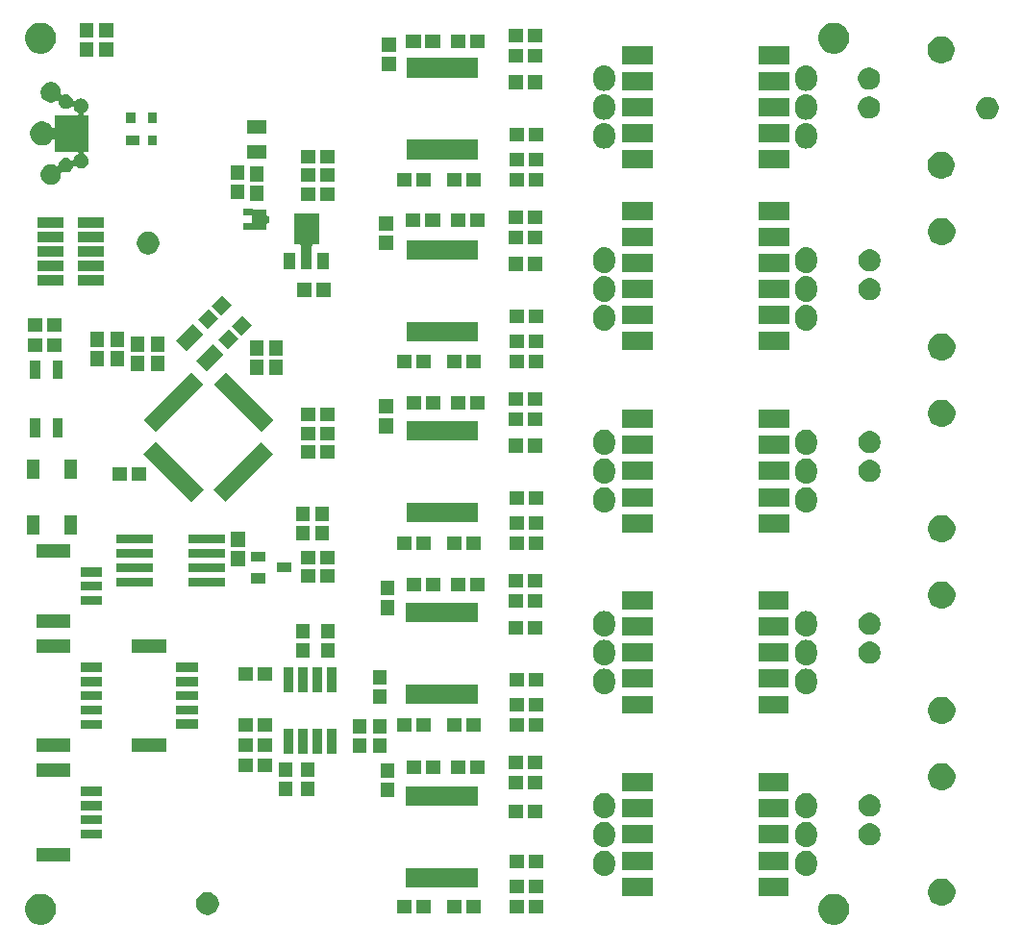
<source format=gbr>
G04 #@! TF.GenerationSoftware,KiCad,Pcbnew,5.0.1-33cea8e~67~ubuntu18.04.1*
G04 #@! TF.CreationDate,2018-11-07T15:18:36-08:00*
G04 #@! TF.ProjectId,fk-atlas,666B2D61746C61732E6B696361645F70,rev?*
G04 #@! TF.SameCoordinates,Original*
G04 #@! TF.FileFunction,Soldermask,Top*
G04 #@! TF.FilePolarity,Negative*
%FSLAX46Y46*%
G04 Gerber Fmt 4.6, Leading zero omitted, Abs format (unit mm)*
G04 Created by KiCad (PCBNEW 5.0.1-33cea8e~67~ubuntu18.04.1) date Wed 07 Nov 2018 03:18:36 PM PST*
%MOMM*%
%LPD*%
G01*
G04 APERTURE LIST*
%ADD10C,0.100000*%
G04 APERTURE END LIST*
D10*
G36*
X187724614Y-134572648D02*
X187973937Y-134675921D01*
X188198327Y-134825853D01*
X188389147Y-135016673D01*
X188539079Y-135241063D01*
X188642352Y-135490386D01*
X188695000Y-135755065D01*
X188695000Y-136024935D01*
X188642352Y-136289614D01*
X188539079Y-136538937D01*
X188389147Y-136763327D01*
X188198327Y-136954147D01*
X187973937Y-137104079D01*
X187724614Y-137207352D01*
X187459935Y-137260000D01*
X187190065Y-137260000D01*
X186925386Y-137207352D01*
X186676063Y-137104079D01*
X186451673Y-136954147D01*
X186260853Y-136763327D01*
X186110921Y-136538937D01*
X186007648Y-136289614D01*
X185955000Y-136024935D01*
X185955000Y-135755065D01*
X186007648Y-135490386D01*
X186110921Y-135241063D01*
X186260853Y-135016673D01*
X186451673Y-134825853D01*
X186676063Y-134675921D01*
X186925386Y-134572648D01*
X187190065Y-134520000D01*
X187459935Y-134520000D01*
X187724614Y-134572648D01*
X187724614Y-134572648D01*
G37*
G36*
X117874614Y-134572648D02*
X118123937Y-134675921D01*
X118348327Y-134825853D01*
X118539147Y-135016673D01*
X118689079Y-135241063D01*
X118792352Y-135490386D01*
X118845000Y-135755065D01*
X118845000Y-136024935D01*
X118792352Y-136289614D01*
X118689079Y-136538937D01*
X118539147Y-136763327D01*
X118348327Y-136954147D01*
X118123937Y-137104079D01*
X117874614Y-137207352D01*
X117609935Y-137260000D01*
X117340065Y-137260000D01*
X117075386Y-137207352D01*
X116826063Y-137104079D01*
X116601673Y-136954147D01*
X116410853Y-136763327D01*
X116260921Y-136538937D01*
X116157648Y-136289614D01*
X116105000Y-136024935D01*
X116105000Y-135755065D01*
X116157648Y-135490386D01*
X116260921Y-135241063D01*
X116410853Y-135016673D01*
X116601673Y-134825853D01*
X116826063Y-134675921D01*
X117075386Y-134572648D01*
X117340065Y-134520000D01*
X117609935Y-134520000D01*
X117874614Y-134572648D01*
X117874614Y-134572648D01*
G37*
G36*
X132357370Y-134397372D02*
X132473289Y-134420429D01*
X132655278Y-134495811D01*
X132819063Y-134605249D01*
X132958351Y-134744537D01*
X133067789Y-134908322D01*
X133143171Y-135090311D01*
X133151255Y-135130955D01*
X133181600Y-135283507D01*
X133181600Y-135480493D01*
X133173764Y-135519885D01*
X133143171Y-135673689D01*
X133067789Y-135855678D01*
X132958351Y-136019463D01*
X132819063Y-136158751D01*
X132655278Y-136268189D01*
X132473289Y-136343571D01*
X132357370Y-136366628D01*
X132280093Y-136382000D01*
X132083107Y-136382000D01*
X132005830Y-136366628D01*
X131889911Y-136343571D01*
X131707922Y-136268189D01*
X131544137Y-136158751D01*
X131404849Y-136019463D01*
X131295411Y-135855678D01*
X131220029Y-135673689D01*
X131189436Y-135519885D01*
X131181600Y-135480493D01*
X131181600Y-135283507D01*
X131211945Y-135130955D01*
X131220029Y-135090311D01*
X131295411Y-134908322D01*
X131404849Y-134744537D01*
X131544137Y-134605249D01*
X131707922Y-134495811D01*
X131889911Y-134420429D01*
X132005830Y-134397372D01*
X132083107Y-134382000D01*
X132280093Y-134382000D01*
X132357370Y-134397372D01*
X132357370Y-134397372D01*
G37*
G36*
X156249500Y-136228000D02*
X154949500Y-136228000D01*
X154949500Y-135028000D01*
X156249500Y-135028000D01*
X156249500Y-136228000D01*
X156249500Y-136228000D01*
G37*
G36*
X154549500Y-136228000D02*
X153249500Y-136228000D01*
X153249500Y-135028000D01*
X154549500Y-135028000D01*
X154549500Y-136228000D01*
X154549500Y-136228000D01*
G37*
G36*
X151847500Y-136228000D02*
X150547500Y-136228000D01*
X150547500Y-135028000D01*
X151847500Y-135028000D01*
X151847500Y-136228000D01*
X151847500Y-136228000D01*
G37*
G36*
X160053500Y-136228000D02*
X158753500Y-136228000D01*
X158753500Y-135028000D01*
X160053500Y-135028000D01*
X160053500Y-136228000D01*
X160053500Y-136228000D01*
G37*
G36*
X150147500Y-136228000D02*
X148847500Y-136228000D01*
X148847500Y-135028000D01*
X150147500Y-135028000D01*
X150147500Y-136228000D01*
X150147500Y-136228000D01*
G37*
G36*
X161753500Y-136228000D02*
X160453500Y-136228000D01*
X160453500Y-135028000D01*
X161753500Y-135028000D01*
X161753500Y-136228000D01*
X161753500Y-136228000D01*
G37*
G36*
X197184026Y-133212115D02*
X197402412Y-133302573D01*
X197598958Y-133433901D01*
X197766099Y-133601042D01*
X197897427Y-133797588D01*
X197987885Y-134015974D01*
X198034000Y-134247809D01*
X198034000Y-134484191D01*
X197987885Y-134716026D01*
X197897427Y-134934412D01*
X197766099Y-135130958D01*
X197598958Y-135298099D01*
X197402412Y-135429427D01*
X197184026Y-135519885D01*
X196952191Y-135566000D01*
X196715809Y-135566000D01*
X196483974Y-135519885D01*
X196265588Y-135429427D01*
X196069042Y-135298099D01*
X195901901Y-135130958D01*
X195770573Y-134934412D01*
X195680115Y-134716026D01*
X195634000Y-134484191D01*
X195634000Y-134247809D01*
X195680115Y-134015974D01*
X195770573Y-133797588D01*
X195901901Y-133601042D01*
X196069042Y-133433901D01*
X196265588Y-133302573D01*
X196483974Y-133212115D01*
X196715809Y-133166000D01*
X196952191Y-133166000D01*
X197184026Y-133212115D01*
X197184026Y-133212115D01*
G37*
G36*
X171372000Y-134700000D02*
X168672000Y-134700000D01*
X168672000Y-133100000D01*
X171372000Y-133100000D01*
X171372000Y-134700000D01*
X171372000Y-134700000D01*
G37*
G36*
X183372000Y-134700000D02*
X180672000Y-134700000D01*
X180672000Y-133100000D01*
X183372000Y-133100000D01*
X183372000Y-134700000D01*
X183372000Y-134700000D01*
G37*
G36*
X161753500Y-134450000D02*
X160453500Y-134450000D01*
X160453500Y-133250000D01*
X161753500Y-133250000D01*
X161753500Y-134450000D01*
X161753500Y-134450000D01*
G37*
G36*
X160053500Y-134450000D02*
X158753500Y-134450000D01*
X158753500Y-133250000D01*
X160053500Y-133250000D01*
X160053500Y-134450000D01*
X160053500Y-134450000D01*
G37*
G36*
X155976600Y-133957800D02*
X149676600Y-133957800D01*
X149676600Y-132257800D01*
X155976600Y-132257800D01*
X155976600Y-133957800D01*
X155976600Y-133957800D01*
G37*
G36*
X185064019Y-130731930D02*
X185245657Y-130787030D01*
X185413058Y-130876507D01*
X185559785Y-130996923D01*
X185680199Y-131143648D01*
X185769678Y-131311052D01*
X185824778Y-131492688D01*
X185838720Y-131634250D01*
X185838720Y-132033725D01*
X185824778Y-132175287D01*
X185769678Y-132356925D01*
X185680201Y-132524326D01*
X185559785Y-132671053D01*
X185413060Y-132791467D01*
X185245656Y-132880946D01*
X185064020Y-132936046D01*
X184875120Y-132954650D01*
X184686221Y-132936046D01*
X184504585Y-132880946D01*
X184337181Y-132791467D01*
X184190456Y-132671053D01*
X184070041Y-132524327D01*
X184003587Y-132400000D01*
X183980563Y-132356926D01*
X183960564Y-132291000D01*
X183925462Y-132175288D01*
X183911520Y-132033726D01*
X183911520Y-131634251D01*
X183925462Y-131492689D01*
X183980562Y-131311051D01*
X184070039Y-131143650D01*
X184190455Y-130996923D01*
X184337180Y-130876509D01*
X184504584Y-130787030D01*
X184686220Y-130731930D01*
X184875120Y-130713326D01*
X185064019Y-130731930D01*
X185064019Y-130731930D01*
G37*
G36*
X167284019Y-130731930D02*
X167465657Y-130787030D01*
X167633058Y-130876507D01*
X167779785Y-130996923D01*
X167900199Y-131143648D01*
X167989678Y-131311052D01*
X168044778Y-131492688D01*
X168058720Y-131634250D01*
X168058720Y-132033725D01*
X168044778Y-132175287D01*
X167989678Y-132356925D01*
X167900201Y-132524326D01*
X167779785Y-132671053D01*
X167633060Y-132791467D01*
X167465656Y-132880946D01*
X167284020Y-132936046D01*
X167095120Y-132954650D01*
X166906221Y-132936046D01*
X166724585Y-132880946D01*
X166557181Y-132791467D01*
X166410456Y-132671053D01*
X166290041Y-132524327D01*
X166223587Y-132400000D01*
X166200563Y-132356926D01*
X166180564Y-132291000D01*
X166145462Y-132175288D01*
X166131520Y-132033726D01*
X166131520Y-131634251D01*
X166145462Y-131492689D01*
X166200562Y-131311051D01*
X166290039Y-131143650D01*
X166410455Y-130996923D01*
X166557180Y-130876509D01*
X166724584Y-130787030D01*
X166906220Y-130731930D01*
X167095120Y-130713326D01*
X167284019Y-130731930D01*
X167284019Y-130731930D01*
G37*
G36*
X171372000Y-132400000D02*
X168672000Y-132400000D01*
X168672000Y-130800000D01*
X171372000Y-130800000D01*
X171372000Y-132400000D01*
X171372000Y-132400000D01*
G37*
G36*
X183372000Y-132400000D02*
X180672000Y-132400000D01*
X180672000Y-130800000D01*
X183372000Y-130800000D01*
X183372000Y-132400000D01*
X183372000Y-132400000D01*
G37*
G36*
X160053500Y-132291000D02*
X158753500Y-132291000D01*
X158753500Y-131091000D01*
X160053500Y-131091000D01*
X160053500Y-132291000D01*
X160053500Y-132291000D01*
G37*
G36*
X161753500Y-132291000D02*
X160453500Y-132291000D01*
X160453500Y-131091000D01*
X161753500Y-131091000D01*
X161753500Y-132291000D01*
X161753500Y-132291000D01*
G37*
G36*
X120115000Y-131706000D02*
X117115000Y-131706000D01*
X117115000Y-130506000D01*
X120115000Y-130506000D01*
X120115000Y-131706000D01*
X120115000Y-131706000D01*
G37*
G36*
X167284019Y-128191930D02*
X167465657Y-128247030D01*
X167633058Y-128336507D01*
X167779785Y-128456923D01*
X167900199Y-128603648D01*
X167989678Y-128771052D01*
X168044778Y-128952688D01*
X168058720Y-129094250D01*
X168058720Y-129493725D01*
X168044778Y-129635287D01*
X167989678Y-129816925D01*
X167900201Y-129984326D01*
X167779785Y-130131053D01*
X167633060Y-130251467D01*
X167465656Y-130340946D01*
X167284020Y-130396046D01*
X167095120Y-130414650D01*
X166906221Y-130396046D01*
X166724585Y-130340946D01*
X166557181Y-130251467D01*
X166410456Y-130131053D01*
X166290041Y-129984327D01*
X166245106Y-129900259D01*
X166200563Y-129816926D01*
X166200562Y-129816924D01*
X166145462Y-129635288D01*
X166131520Y-129493726D01*
X166131520Y-129094251D01*
X166145462Y-128952689D01*
X166200562Y-128771051D01*
X166290039Y-128603650D01*
X166410455Y-128456923D01*
X166557180Y-128336509D01*
X166724584Y-128247030D01*
X166906220Y-128191930D01*
X167095120Y-128173326D01*
X167284019Y-128191930D01*
X167284019Y-128191930D01*
G37*
G36*
X185064019Y-128191930D02*
X185245657Y-128247030D01*
X185413058Y-128336507D01*
X185559785Y-128456923D01*
X185680199Y-128603648D01*
X185769678Y-128771052D01*
X185824778Y-128952688D01*
X185838720Y-129094250D01*
X185838720Y-129493725D01*
X185824778Y-129635287D01*
X185769678Y-129816925D01*
X185680201Y-129984326D01*
X185559785Y-130131053D01*
X185413060Y-130251467D01*
X185245656Y-130340946D01*
X185064020Y-130396046D01*
X184875120Y-130414650D01*
X184686221Y-130396046D01*
X184504585Y-130340946D01*
X184337181Y-130251467D01*
X184190456Y-130131053D01*
X184070041Y-129984327D01*
X184025106Y-129900259D01*
X183980563Y-129816926D01*
X183980562Y-129816924D01*
X183925462Y-129635288D01*
X183911520Y-129493726D01*
X183911520Y-129094251D01*
X183925462Y-128952689D01*
X183980562Y-128771051D01*
X184070039Y-128603650D01*
X184190455Y-128456923D01*
X184337180Y-128336509D01*
X184504584Y-128247030D01*
X184686220Y-128191930D01*
X184875120Y-128173326D01*
X185064019Y-128191930D01*
X185064019Y-128191930D01*
G37*
G36*
X190765072Y-128359431D02*
X190940435Y-128432068D01*
X191098262Y-128537525D01*
X191232475Y-128671738D01*
X191337932Y-128829565D01*
X191410569Y-129004928D01*
X191447600Y-129191094D01*
X191447600Y-129380906D01*
X191410569Y-129567072D01*
X191337932Y-129742435D01*
X191232475Y-129900262D01*
X191098262Y-130034475D01*
X190940435Y-130139932D01*
X190765072Y-130212569D01*
X190578906Y-130249600D01*
X190389094Y-130249600D01*
X190202928Y-130212569D01*
X190027565Y-130139932D01*
X189869738Y-130034475D01*
X189735525Y-129900262D01*
X189630068Y-129742435D01*
X189557431Y-129567072D01*
X189520400Y-129380906D01*
X189520400Y-129191094D01*
X189557431Y-129004928D01*
X189630068Y-128829565D01*
X189735525Y-128671738D01*
X189869738Y-128537525D01*
X190027565Y-128432068D01*
X190202928Y-128359431D01*
X190389094Y-128322400D01*
X190578906Y-128322400D01*
X190765072Y-128359431D01*
X190765072Y-128359431D01*
G37*
G36*
X171372000Y-130100000D02*
X168672000Y-130100000D01*
X168672000Y-128500000D01*
X171372000Y-128500000D01*
X171372000Y-130100000D01*
X171372000Y-130100000D01*
G37*
G36*
X183372000Y-130100000D02*
X180672000Y-130100000D01*
X180672000Y-128500000D01*
X183372000Y-128500000D01*
X183372000Y-130100000D01*
X183372000Y-130100000D01*
G37*
G36*
X122915000Y-129656000D02*
X121015000Y-129656000D01*
X121015000Y-128856000D01*
X122915000Y-128856000D01*
X122915000Y-129656000D01*
X122915000Y-129656000D01*
G37*
G36*
X122915000Y-128406000D02*
X121015000Y-128406000D01*
X121015000Y-127606000D01*
X122915000Y-127606000D01*
X122915000Y-128406000D01*
X122915000Y-128406000D01*
G37*
G36*
X185064019Y-125651930D02*
X185245657Y-125707030D01*
X185413058Y-125796507D01*
X185559785Y-125916923D01*
X185680199Y-126063648D01*
X185769678Y-126231052D01*
X185824778Y-126412688D01*
X185838720Y-126554250D01*
X185838720Y-126953725D01*
X185824778Y-127095287D01*
X185769678Y-127276925D01*
X185680201Y-127444326D01*
X185559785Y-127591053D01*
X185413060Y-127711467D01*
X185245656Y-127800946D01*
X185064020Y-127856046D01*
X184875120Y-127874650D01*
X184686221Y-127856046D01*
X184504585Y-127800946D01*
X184337181Y-127711467D01*
X184190456Y-127591053D01*
X184070041Y-127444327D01*
X184025106Y-127360259D01*
X183980563Y-127276926D01*
X183980562Y-127276924D01*
X183925462Y-127095288D01*
X183911520Y-126953726D01*
X183911520Y-126554251D01*
X183925462Y-126412689D01*
X183980562Y-126231051D01*
X184070039Y-126063650D01*
X184190455Y-125916923D01*
X184337180Y-125796509D01*
X184504584Y-125707030D01*
X184686220Y-125651930D01*
X184875120Y-125633326D01*
X185064019Y-125651930D01*
X185064019Y-125651930D01*
G37*
G36*
X167284019Y-125651930D02*
X167465657Y-125707030D01*
X167633058Y-125796507D01*
X167779785Y-125916923D01*
X167900199Y-126063648D01*
X167989678Y-126231052D01*
X168044778Y-126412688D01*
X168058720Y-126554250D01*
X168058720Y-126953725D01*
X168044778Y-127095287D01*
X167989678Y-127276925D01*
X167900201Y-127444326D01*
X167779785Y-127591053D01*
X167633060Y-127711467D01*
X167465656Y-127800946D01*
X167284020Y-127856046D01*
X167095120Y-127874650D01*
X166906221Y-127856046D01*
X166724585Y-127800946D01*
X166557181Y-127711467D01*
X166410456Y-127591053D01*
X166290041Y-127444327D01*
X166245106Y-127360259D01*
X166200563Y-127276926D01*
X166200562Y-127276924D01*
X166145462Y-127095288D01*
X166131520Y-126953726D01*
X166131520Y-126554251D01*
X166145462Y-126412689D01*
X166200562Y-126231051D01*
X166290039Y-126063650D01*
X166410455Y-125916923D01*
X166557180Y-125796509D01*
X166724584Y-125707030D01*
X166906220Y-125651930D01*
X167095120Y-125633326D01*
X167284019Y-125651930D01*
X167284019Y-125651930D01*
G37*
G36*
X161697800Y-127854000D02*
X160397800Y-127854000D01*
X160397800Y-126654000D01*
X161697800Y-126654000D01*
X161697800Y-127854000D01*
X161697800Y-127854000D01*
G37*
G36*
X159997800Y-127854000D02*
X158697800Y-127854000D01*
X158697800Y-126654000D01*
X159997800Y-126654000D01*
X159997800Y-127854000D01*
X159997800Y-127854000D01*
G37*
G36*
X171372000Y-127800000D02*
X168672000Y-127800000D01*
X168672000Y-126200000D01*
X171372000Y-126200000D01*
X171372000Y-127800000D01*
X171372000Y-127800000D01*
G37*
G36*
X183372000Y-127800000D02*
X180672000Y-127800000D01*
X180672000Y-126200000D01*
X183372000Y-126200000D01*
X183372000Y-127800000D01*
X183372000Y-127800000D01*
G37*
G36*
X190765072Y-125819431D02*
X190940435Y-125892068D01*
X191098262Y-125997525D01*
X191232475Y-126131738D01*
X191337932Y-126289565D01*
X191410569Y-126464928D01*
X191447600Y-126651094D01*
X191447600Y-126840906D01*
X191410569Y-127027072D01*
X191337932Y-127202435D01*
X191232475Y-127360262D01*
X191098262Y-127494475D01*
X190940435Y-127599932D01*
X190765072Y-127672569D01*
X190578906Y-127709600D01*
X190389094Y-127709600D01*
X190202928Y-127672569D01*
X190027565Y-127599932D01*
X189869738Y-127494475D01*
X189735525Y-127360262D01*
X189630068Y-127202435D01*
X189557431Y-127027072D01*
X189520400Y-126840906D01*
X189520400Y-126651094D01*
X189557431Y-126464928D01*
X189630068Y-126289565D01*
X189735525Y-126131738D01*
X189869738Y-125997525D01*
X190027565Y-125892068D01*
X190202928Y-125819431D01*
X190389094Y-125782400D01*
X190578906Y-125782400D01*
X190765072Y-125819431D01*
X190765072Y-125819431D01*
G37*
G36*
X122915000Y-127156000D02*
X121015000Y-127156000D01*
X121015000Y-126356000D01*
X122915000Y-126356000D01*
X122915000Y-127156000D01*
X122915000Y-127156000D01*
G37*
G36*
X155976600Y-126757800D02*
X149676600Y-126757800D01*
X149676600Y-125057800D01*
X155976600Y-125057800D01*
X155976600Y-126757800D01*
X155976600Y-126757800D01*
G37*
G36*
X148631200Y-126046400D02*
X147431200Y-126046400D01*
X147431200Y-124746400D01*
X148631200Y-124746400D01*
X148631200Y-126046400D01*
X148631200Y-126046400D01*
G37*
G36*
X139665000Y-125960000D02*
X138465000Y-125960000D01*
X138465000Y-124660000D01*
X139665000Y-124660000D01*
X139665000Y-125960000D01*
X139665000Y-125960000D01*
G37*
G36*
X141570000Y-125960000D02*
X140370000Y-125960000D01*
X140370000Y-124660000D01*
X141570000Y-124660000D01*
X141570000Y-125960000D01*
X141570000Y-125960000D01*
G37*
G36*
X122915000Y-125906000D02*
X121015000Y-125906000D01*
X121015000Y-125106000D01*
X122915000Y-125106000D01*
X122915000Y-125906000D01*
X122915000Y-125906000D01*
G37*
G36*
X171372000Y-125500000D02*
X168672000Y-125500000D01*
X168672000Y-123900000D01*
X171372000Y-123900000D01*
X171372000Y-125500000D01*
X171372000Y-125500000D01*
G37*
G36*
X183372000Y-125500000D02*
X180672000Y-125500000D01*
X180672000Y-123900000D01*
X183372000Y-123900000D01*
X183372000Y-125500000D01*
X183372000Y-125500000D01*
G37*
G36*
X197184026Y-123052115D02*
X197402412Y-123142573D01*
X197598958Y-123273901D01*
X197766099Y-123441042D01*
X197897427Y-123637588D01*
X197987885Y-123855974D01*
X198034000Y-124087809D01*
X198034000Y-124324191D01*
X197987885Y-124556026D01*
X197897427Y-124774412D01*
X197766099Y-124970958D01*
X197598958Y-125138099D01*
X197402412Y-125269427D01*
X197184026Y-125359885D01*
X196952191Y-125406000D01*
X196715809Y-125406000D01*
X196483974Y-125359885D01*
X196265588Y-125269427D01*
X196069042Y-125138099D01*
X195901901Y-124970958D01*
X195770573Y-124774412D01*
X195680115Y-124556026D01*
X195634000Y-124324191D01*
X195634000Y-124087809D01*
X195680115Y-123855974D01*
X195770573Y-123637588D01*
X195901901Y-123441042D01*
X196069042Y-123273901D01*
X196265588Y-123142573D01*
X196483974Y-123052115D01*
X196715809Y-123006000D01*
X196952191Y-123006000D01*
X197184026Y-123052115D01*
X197184026Y-123052115D01*
G37*
G36*
X159990000Y-125361836D02*
X158690000Y-125361836D01*
X158690000Y-124161836D01*
X159990000Y-124161836D01*
X159990000Y-125361836D01*
X159990000Y-125361836D01*
G37*
G36*
X161690000Y-125361836D02*
X160390000Y-125361836D01*
X160390000Y-124161836D01*
X161690000Y-124161836D01*
X161690000Y-125361836D01*
X161690000Y-125361836D01*
G37*
G36*
X148631200Y-124346400D02*
X147431200Y-124346400D01*
X147431200Y-123046400D01*
X148631200Y-123046400D01*
X148631200Y-124346400D01*
X148631200Y-124346400D01*
G37*
G36*
X141570000Y-124260000D02*
X140370000Y-124260000D01*
X140370000Y-122960000D01*
X141570000Y-122960000D01*
X141570000Y-124260000D01*
X141570000Y-124260000D01*
G37*
G36*
X139665000Y-124260000D02*
X138465000Y-124260000D01*
X138465000Y-122960000D01*
X139665000Y-122960000D01*
X139665000Y-124260000D01*
X139665000Y-124260000D01*
G37*
G36*
X120115000Y-124256000D02*
X117115000Y-124256000D01*
X117115000Y-123056000D01*
X120115000Y-123056000D01*
X120115000Y-124256000D01*
X120115000Y-124256000D01*
G37*
G36*
X152696000Y-123993200D02*
X151396000Y-123993200D01*
X151396000Y-122793200D01*
X152696000Y-122793200D01*
X152696000Y-123993200D01*
X152696000Y-123993200D01*
G37*
G36*
X154902600Y-123993200D02*
X153602600Y-123993200D01*
X153602600Y-122793200D01*
X154902600Y-122793200D01*
X154902600Y-123993200D01*
X154902600Y-123993200D01*
G37*
G36*
X150996000Y-123993200D02*
X149696000Y-123993200D01*
X149696000Y-122793200D01*
X150996000Y-122793200D01*
X150996000Y-123993200D01*
X150996000Y-123993200D01*
G37*
G36*
X156602600Y-123993200D02*
X155302600Y-123993200D01*
X155302600Y-122793200D01*
X156602600Y-122793200D01*
X156602600Y-123993200D01*
X156602600Y-123993200D01*
G37*
G36*
X136198000Y-123790000D02*
X134898000Y-123790000D01*
X134898000Y-122590000D01*
X136198000Y-122590000D01*
X136198000Y-123790000D01*
X136198000Y-123790000D01*
G37*
G36*
X137898000Y-123790000D02*
X136598000Y-123790000D01*
X136598000Y-122590000D01*
X137898000Y-122590000D01*
X137898000Y-123790000D01*
X137898000Y-123790000D01*
G37*
G36*
X159990000Y-123583836D02*
X158690000Y-123583836D01*
X158690000Y-122383836D01*
X159990000Y-122383836D01*
X159990000Y-123583836D01*
X159990000Y-123583836D01*
G37*
G36*
X161690000Y-123583836D02*
X160390000Y-123583836D01*
X160390000Y-122383836D01*
X161690000Y-122383836D01*
X161690000Y-123583836D01*
X161690000Y-123583836D01*
G37*
G36*
X140989000Y-122164000D02*
X140189000Y-122164000D01*
X140189000Y-119964000D01*
X140989000Y-119964000D01*
X140989000Y-122164000D01*
X140989000Y-122164000D01*
G37*
G36*
X142259000Y-122164000D02*
X141459000Y-122164000D01*
X141459000Y-119964000D01*
X142259000Y-119964000D01*
X142259000Y-122164000D01*
X142259000Y-122164000D01*
G37*
G36*
X143529000Y-122164000D02*
X142729000Y-122164000D01*
X142729000Y-119964000D01*
X143529000Y-119964000D01*
X143529000Y-122164000D01*
X143529000Y-122164000D01*
G37*
G36*
X139719000Y-122164000D02*
X138919000Y-122164000D01*
X138919000Y-119964000D01*
X139719000Y-119964000D01*
X139719000Y-122164000D01*
X139719000Y-122164000D01*
G37*
G36*
X147920000Y-122150000D02*
X146720000Y-122150000D01*
X146720000Y-120850000D01*
X147920000Y-120850000D01*
X147920000Y-122150000D01*
X147920000Y-122150000D01*
G37*
G36*
X146142000Y-122150000D02*
X144942000Y-122150000D01*
X144942000Y-120850000D01*
X146142000Y-120850000D01*
X146142000Y-122150000D01*
X146142000Y-122150000D01*
G37*
G36*
X120115000Y-122044000D02*
X117115000Y-122044000D01*
X117115000Y-120844000D01*
X120115000Y-120844000D01*
X120115000Y-122044000D01*
X120115000Y-122044000D01*
G37*
G36*
X128522400Y-122037900D02*
X125522400Y-122037900D01*
X125522400Y-120837900D01*
X128522400Y-120837900D01*
X128522400Y-122037900D01*
X128522400Y-122037900D01*
G37*
G36*
X136198000Y-122012000D02*
X134898000Y-122012000D01*
X134898000Y-120812000D01*
X136198000Y-120812000D01*
X136198000Y-122012000D01*
X136198000Y-122012000D01*
G37*
G36*
X137898000Y-122012000D02*
X136598000Y-122012000D01*
X136598000Y-120812000D01*
X137898000Y-120812000D01*
X137898000Y-122012000D01*
X137898000Y-122012000D01*
G37*
G36*
X147920000Y-120450000D02*
X146720000Y-120450000D01*
X146720000Y-119150000D01*
X147920000Y-119150000D01*
X147920000Y-120450000D01*
X147920000Y-120450000D01*
G37*
G36*
X146142000Y-120450000D02*
X144942000Y-120450000D01*
X144942000Y-119150000D01*
X146142000Y-119150000D01*
X146142000Y-120450000D01*
X146142000Y-120450000D01*
G37*
G36*
X136198000Y-120234000D02*
X134898000Y-120234000D01*
X134898000Y-119034000D01*
X136198000Y-119034000D01*
X136198000Y-120234000D01*
X136198000Y-120234000D01*
G37*
G36*
X137898000Y-120234000D02*
X136598000Y-120234000D01*
X136598000Y-119034000D01*
X137898000Y-119034000D01*
X137898000Y-120234000D01*
X137898000Y-120234000D01*
G37*
G36*
X161753500Y-120228000D02*
X160453500Y-120228000D01*
X160453500Y-119028000D01*
X161753500Y-119028000D01*
X161753500Y-120228000D01*
X161753500Y-120228000D01*
G37*
G36*
X160053500Y-120228000D02*
X158753500Y-120228000D01*
X158753500Y-119028000D01*
X160053500Y-119028000D01*
X160053500Y-120228000D01*
X160053500Y-120228000D01*
G37*
G36*
X156249500Y-120228000D02*
X154949500Y-120228000D01*
X154949500Y-119028000D01*
X156249500Y-119028000D01*
X156249500Y-120228000D01*
X156249500Y-120228000D01*
G37*
G36*
X151847500Y-120228000D02*
X150547500Y-120228000D01*
X150547500Y-119028000D01*
X151847500Y-119028000D01*
X151847500Y-120228000D01*
X151847500Y-120228000D01*
G37*
G36*
X150147500Y-120228000D02*
X148847500Y-120228000D01*
X148847500Y-119028000D01*
X150147500Y-119028000D01*
X150147500Y-120228000D01*
X150147500Y-120228000D01*
G37*
G36*
X154549500Y-120228000D02*
X153249500Y-120228000D01*
X153249500Y-119028000D01*
X154549500Y-119028000D01*
X154549500Y-120228000D01*
X154549500Y-120228000D01*
G37*
G36*
X122915000Y-119994000D02*
X121015000Y-119994000D01*
X121015000Y-119194000D01*
X122915000Y-119194000D01*
X122915000Y-119994000D01*
X122915000Y-119994000D01*
G37*
G36*
X131322400Y-119987900D02*
X129422400Y-119987900D01*
X129422400Y-119187900D01*
X131322400Y-119187900D01*
X131322400Y-119987900D01*
X131322400Y-119987900D01*
G37*
G36*
X197184026Y-117210115D02*
X197402412Y-117300573D01*
X197598958Y-117431901D01*
X197766099Y-117599042D01*
X197897427Y-117795588D01*
X197987885Y-118013974D01*
X198034000Y-118245809D01*
X198034000Y-118482191D01*
X197987885Y-118714026D01*
X197897427Y-118932412D01*
X197766099Y-119128958D01*
X197598958Y-119296099D01*
X197402412Y-119427427D01*
X197184026Y-119517885D01*
X196952191Y-119564000D01*
X196715809Y-119564000D01*
X196483974Y-119517885D01*
X196265588Y-119427427D01*
X196069042Y-119296099D01*
X195901901Y-119128958D01*
X195770573Y-118932412D01*
X195680115Y-118714026D01*
X195634000Y-118482191D01*
X195634000Y-118245809D01*
X195680115Y-118013974D01*
X195770573Y-117795588D01*
X195901901Y-117599042D01*
X196069042Y-117431901D01*
X196265588Y-117300573D01*
X196483974Y-117210115D01*
X196715809Y-117164000D01*
X196952191Y-117164000D01*
X197184026Y-117210115D01*
X197184026Y-117210115D01*
G37*
G36*
X122915000Y-118744000D02*
X121015000Y-118744000D01*
X121015000Y-117944000D01*
X122915000Y-117944000D01*
X122915000Y-118744000D01*
X122915000Y-118744000D01*
G37*
G36*
X131322400Y-118737900D02*
X129422400Y-118737900D01*
X129422400Y-117937900D01*
X131322400Y-117937900D01*
X131322400Y-118737900D01*
X131322400Y-118737900D01*
G37*
G36*
X183372000Y-118682500D02*
X180672000Y-118682500D01*
X180672000Y-117082500D01*
X183372000Y-117082500D01*
X183372000Y-118682500D01*
X183372000Y-118682500D01*
G37*
G36*
X171372000Y-118682500D02*
X168672000Y-118682500D01*
X168672000Y-117082500D01*
X171372000Y-117082500D01*
X171372000Y-118682500D01*
X171372000Y-118682500D01*
G37*
G36*
X160053500Y-118450000D02*
X158753500Y-118450000D01*
X158753500Y-117250000D01*
X160053500Y-117250000D01*
X160053500Y-118450000D01*
X160053500Y-118450000D01*
G37*
G36*
X161753500Y-118450000D02*
X160453500Y-118450000D01*
X160453500Y-117250000D01*
X161753500Y-117250000D01*
X161753500Y-118450000D01*
X161753500Y-118450000D01*
G37*
G36*
X147920000Y-117832000D02*
X146720000Y-117832000D01*
X146720000Y-116532000D01*
X147920000Y-116532000D01*
X147920000Y-117832000D01*
X147920000Y-117832000D01*
G37*
G36*
X155976600Y-117817000D02*
X149676600Y-117817000D01*
X149676600Y-116117000D01*
X155976600Y-116117000D01*
X155976600Y-117817000D01*
X155976600Y-117817000D01*
G37*
G36*
X122915000Y-117494000D02*
X121015000Y-117494000D01*
X121015000Y-116694000D01*
X122915000Y-116694000D01*
X122915000Y-117494000D01*
X122915000Y-117494000D01*
G37*
G36*
X131322400Y-117487900D02*
X129422400Y-117487900D01*
X129422400Y-116687900D01*
X131322400Y-116687900D01*
X131322400Y-117487900D01*
X131322400Y-117487900D01*
G37*
G36*
X185064019Y-114714430D02*
X185245657Y-114769530D01*
X185413058Y-114859007D01*
X185559785Y-114979423D01*
X185680199Y-115126148D01*
X185769678Y-115293552D01*
X185824778Y-115475188D01*
X185838720Y-115616750D01*
X185838720Y-116016225D01*
X185824778Y-116157787D01*
X185769678Y-116339425D01*
X185680201Y-116506826D01*
X185559785Y-116653553D01*
X185413060Y-116773967D01*
X185245656Y-116863446D01*
X185064020Y-116918546D01*
X184875120Y-116937150D01*
X184686221Y-116918546D01*
X184504585Y-116863446D01*
X184337181Y-116773967D01*
X184190456Y-116653553D01*
X184070041Y-116506827D01*
X184003587Y-116382500D01*
X183980563Y-116339426D01*
X183980562Y-116339424D01*
X183925462Y-116157788D01*
X183911520Y-116016226D01*
X183911520Y-115616751D01*
X183925462Y-115475189D01*
X183980562Y-115293551D01*
X184070039Y-115126150D01*
X184190455Y-114979423D01*
X184337180Y-114859009D01*
X184504584Y-114769530D01*
X184686220Y-114714430D01*
X184875120Y-114695826D01*
X185064019Y-114714430D01*
X185064019Y-114714430D01*
G37*
G36*
X167284019Y-114714430D02*
X167465657Y-114769530D01*
X167633058Y-114859007D01*
X167779785Y-114979423D01*
X167900199Y-115126148D01*
X167989678Y-115293552D01*
X168044778Y-115475188D01*
X168058720Y-115616750D01*
X168058720Y-116016225D01*
X168044778Y-116157787D01*
X167989678Y-116339425D01*
X167900201Y-116506826D01*
X167779785Y-116653553D01*
X167633060Y-116773967D01*
X167465656Y-116863446D01*
X167284020Y-116918546D01*
X167095120Y-116937150D01*
X166906221Y-116918546D01*
X166724585Y-116863446D01*
X166557181Y-116773967D01*
X166410456Y-116653553D01*
X166290041Y-116506827D01*
X166223587Y-116382500D01*
X166200563Y-116339426D01*
X166200562Y-116339424D01*
X166145462Y-116157788D01*
X166131520Y-116016226D01*
X166131520Y-115616751D01*
X166145462Y-115475189D01*
X166200562Y-115293551D01*
X166290039Y-115126150D01*
X166410455Y-114979423D01*
X166557180Y-114859009D01*
X166724584Y-114769530D01*
X166906220Y-114714430D01*
X167095120Y-114695826D01*
X167284019Y-114714430D01*
X167284019Y-114714430D01*
G37*
G36*
X143529000Y-116764000D02*
X142729000Y-116764000D01*
X142729000Y-114564000D01*
X143529000Y-114564000D01*
X143529000Y-116764000D01*
X143529000Y-116764000D01*
G37*
G36*
X142259000Y-116764000D02*
X141459000Y-116764000D01*
X141459000Y-114564000D01*
X142259000Y-114564000D01*
X142259000Y-116764000D01*
X142259000Y-116764000D01*
G37*
G36*
X140989000Y-116764000D02*
X140189000Y-116764000D01*
X140189000Y-114564000D01*
X140989000Y-114564000D01*
X140989000Y-116764000D01*
X140989000Y-116764000D01*
G37*
G36*
X139719000Y-116764000D02*
X138919000Y-116764000D01*
X138919000Y-114564000D01*
X139719000Y-114564000D01*
X139719000Y-116764000D01*
X139719000Y-116764000D01*
G37*
G36*
X171372000Y-116382500D02*
X168672000Y-116382500D01*
X168672000Y-114782500D01*
X171372000Y-114782500D01*
X171372000Y-116382500D01*
X171372000Y-116382500D01*
G37*
G36*
X183372000Y-116382500D02*
X180672000Y-116382500D01*
X180672000Y-114782500D01*
X183372000Y-114782500D01*
X183372000Y-116382500D01*
X183372000Y-116382500D01*
G37*
G36*
X160053500Y-116291000D02*
X158753500Y-116291000D01*
X158753500Y-115091000D01*
X160053500Y-115091000D01*
X160053500Y-116291000D01*
X160053500Y-116291000D01*
G37*
G36*
X161753500Y-116291000D02*
X160453500Y-116291000D01*
X160453500Y-115091000D01*
X161753500Y-115091000D01*
X161753500Y-116291000D01*
X161753500Y-116291000D01*
G37*
G36*
X122915000Y-116244000D02*
X121015000Y-116244000D01*
X121015000Y-115444000D01*
X122915000Y-115444000D01*
X122915000Y-116244000D01*
X122915000Y-116244000D01*
G37*
G36*
X131322400Y-116237900D02*
X129422400Y-116237900D01*
X129422400Y-115437900D01*
X131322400Y-115437900D01*
X131322400Y-116237900D01*
X131322400Y-116237900D01*
G37*
G36*
X147920000Y-116132000D02*
X146720000Y-116132000D01*
X146720000Y-114832000D01*
X147920000Y-114832000D01*
X147920000Y-116132000D01*
X147920000Y-116132000D01*
G37*
G36*
X136198000Y-115789000D02*
X134898000Y-115789000D01*
X134898000Y-114589000D01*
X136198000Y-114589000D01*
X136198000Y-115789000D01*
X136198000Y-115789000D01*
G37*
G36*
X137898000Y-115789000D02*
X136598000Y-115789000D01*
X136598000Y-114589000D01*
X137898000Y-114589000D01*
X137898000Y-115789000D01*
X137898000Y-115789000D01*
G37*
G36*
X122915000Y-114994000D02*
X121015000Y-114994000D01*
X121015000Y-114194000D01*
X122915000Y-114194000D01*
X122915000Y-114994000D01*
X122915000Y-114994000D01*
G37*
G36*
X131322400Y-114987900D02*
X129422400Y-114987900D01*
X129422400Y-114187900D01*
X131322400Y-114187900D01*
X131322400Y-114987900D01*
X131322400Y-114987900D01*
G37*
G36*
X185064019Y-112174430D02*
X185245657Y-112229530D01*
X185413058Y-112319007D01*
X185559785Y-112439423D01*
X185680199Y-112586148D01*
X185769678Y-112753552D01*
X185824778Y-112935188D01*
X185838720Y-113076750D01*
X185838720Y-113476225D01*
X185824778Y-113617787D01*
X185769678Y-113799425D01*
X185680201Y-113966826D01*
X185559785Y-114113553D01*
X185413060Y-114233967D01*
X185245656Y-114323446D01*
X185064020Y-114378546D01*
X184875120Y-114397150D01*
X184686221Y-114378546D01*
X184504585Y-114323446D01*
X184337181Y-114233967D01*
X184190456Y-114113553D01*
X184070041Y-113966827D01*
X184033391Y-113898259D01*
X183980563Y-113799426D01*
X183980562Y-113799424D01*
X183925462Y-113617788D01*
X183911520Y-113476226D01*
X183911520Y-113076751D01*
X183925462Y-112935189D01*
X183980562Y-112753551D01*
X184070039Y-112586150D01*
X184190455Y-112439423D01*
X184337180Y-112319009D01*
X184504584Y-112229530D01*
X184686220Y-112174430D01*
X184875120Y-112155826D01*
X185064019Y-112174430D01*
X185064019Y-112174430D01*
G37*
G36*
X167284019Y-112174430D02*
X167465657Y-112229530D01*
X167633058Y-112319007D01*
X167779785Y-112439423D01*
X167900199Y-112586148D01*
X167989678Y-112753552D01*
X168044778Y-112935188D01*
X168058720Y-113076750D01*
X168058720Y-113476225D01*
X168044778Y-113617787D01*
X167989678Y-113799425D01*
X167900201Y-113966826D01*
X167779785Y-114113553D01*
X167633060Y-114233967D01*
X167465656Y-114323446D01*
X167284020Y-114378546D01*
X167095120Y-114397150D01*
X166906221Y-114378546D01*
X166724585Y-114323446D01*
X166557181Y-114233967D01*
X166410456Y-114113553D01*
X166290041Y-113966827D01*
X166253391Y-113898259D01*
X166200563Y-113799426D01*
X166200562Y-113799424D01*
X166145462Y-113617788D01*
X166131520Y-113476226D01*
X166131520Y-113076751D01*
X166145462Y-112935189D01*
X166200562Y-112753551D01*
X166290039Y-112586150D01*
X166410455Y-112439423D01*
X166557180Y-112319009D01*
X166724584Y-112229530D01*
X166906220Y-112174430D01*
X167095120Y-112155826D01*
X167284019Y-112174430D01*
X167284019Y-112174430D01*
G37*
G36*
X190765072Y-112357431D02*
X190940435Y-112430068D01*
X191098262Y-112535525D01*
X191232475Y-112669738D01*
X191337932Y-112827565D01*
X191410569Y-113002928D01*
X191447600Y-113189094D01*
X191447600Y-113378906D01*
X191410569Y-113565072D01*
X191337932Y-113740435D01*
X191232475Y-113898262D01*
X191098262Y-114032475D01*
X190940435Y-114137932D01*
X190765072Y-114210569D01*
X190578906Y-114247600D01*
X190389094Y-114247600D01*
X190202928Y-114210569D01*
X190027565Y-114137932D01*
X189869738Y-114032475D01*
X189735525Y-113898262D01*
X189630068Y-113740435D01*
X189557431Y-113565072D01*
X189520400Y-113378906D01*
X189520400Y-113189094D01*
X189557431Y-113002928D01*
X189630068Y-112827565D01*
X189735525Y-112669738D01*
X189869738Y-112535525D01*
X190027565Y-112430068D01*
X190202928Y-112357431D01*
X190389094Y-112320400D01*
X190578906Y-112320400D01*
X190765072Y-112357431D01*
X190765072Y-112357431D01*
G37*
G36*
X171372000Y-114082500D02*
X168672000Y-114082500D01*
X168672000Y-112482500D01*
X171372000Y-112482500D01*
X171372000Y-114082500D01*
X171372000Y-114082500D01*
G37*
G36*
X183372000Y-114082500D02*
X180672000Y-114082500D01*
X180672000Y-112482500D01*
X183372000Y-112482500D01*
X183372000Y-114082500D01*
X183372000Y-114082500D01*
G37*
G36*
X143348000Y-113768000D02*
X142148000Y-113768000D01*
X142148000Y-112468000D01*
X143348000Y-112468000D01*
X143348000Y-113768000D01*
X143348000Y-113768000D01*
G37*
G36*
X141189000Y-113768000D02*
X139989000Y-113768000D01*
X139989000Y-112468000D01*
X141189000Y-112468000D01*
X141189000Y-113768000D01*
X141189000Y-113768000D01*
G37*
G36*
X120115000Y-113344000D02*
X117115000Y-113344000D01*
X117115000Y-112144000D01*
X120115000Y-112144000D01*
X120115000Y-113344000D01*
X120115000Y-113344000D01*
G37*
G36*
X128522400Y-113337900D02*
X125522400Y-113337900D01*
X125522400Y-112137900D01*
X128522400Y-112137900D01*
X128522400Y-113337900D01*
X128522400Y-113337900D01*
G37*
G36*
X141189000Y-112068000D02*
X139989000Y-112068000D01*
X139989000Y-110768000D01*
X141189000Y-110768000D01*
X141189000Y-112068000D01*
X141189000Y-112068000D01*
G37*
G36*
X143348000Y-112068000D02*
X142148000Y-112068000D01*
X142148000Y-110768000D01*
X143348000Y-110768000D01*
X143348000Y-112068000D01*
X143348000Y-112068000D01*
G37*
G36*
X167284019Y-109634430D02*
X167465657Y-109689530D01*
X167633058Y-109779007D01*
X167779785Y-109899423D01*
X167900199Y-110046148D01*
X167989678Y-110213552D01*
X168044778Y-110395188D01*
X168058720Y-110536750D01*
X168058720Y-110936225D01*
X168044778Y-111077787D01*
X167989678Y-111259425D01*
X167900201Y-111426826D01*
X167779785Y-111573553D01*
X167633060Y-111693967D01*
X167465656Y-111783446D01*
X167284020Y-111838546D01*
X167095120Y-111857150D01*
X166906221Y-111838546D01*
X166724585Y-111783446D01*
X166557181Y-111693967D01*
X166410456Y-111573553D01*
X166290041Y-111426827D01*
X166253391Y-111358259D01*
X166200563Y-111259426D01*
X166182668Y-111200436D01*
X166145462Y-111077788D01*
X166131520Y-110936226D01*
X166131520Y-110536751D01*
X166145462Y-110395189D01*
X166200562Y-110213551D01*
X166290039Y-110046150D01*
X166410455Y-109899423D01*
X166557180Y-109779009D01*
X166724584Y-109689530D01*
X166906220Y-109634430D01*
X167095120Y-109615826D01*
X167284019Y-109634430D01*
X167284019Y-109634430D01*
G37*
G36*
X185064019Y-109634430D02*
X185245657Y-109689530D01*
X185413058Y-109779007D01*
X185559785Y-109899423D01*
X185680199Y-110046148D01*
X185769678Y-110213552D01*
X185824778Y-110395188D01*
X185838720Y-110536750D01*
X185838720Y-110936225D01*
X185824778Y-111077787D01*
X185769678Y-111259425D01*
X185680201Y-111426826D01*
X185559785Y-111573553D01*
X185413060Y-111693967D01*
X185245656Y-111783446D01*
X185064020Y-111838546D01*
X184875120Y-111857150D01*
X184686221Y-111838546D01*
X184504585Y-111783446D01*
X184337181Y-111693967D01*
X184190456Y-111573553D01*
X184070041Y-111426827D01*
X184033391Y-111358259D01*
X183980563Y-111259426D01*
X183962668Y-111200436D01*
X183925462Y-111077788D01*
X183911520Y-110936226D01*
X183911520Y-110536751D01*
X183925462Y-110395189D01*
X183980562Y-110213551D01*
X184070039Y-110046150D01*
X184190455Y-109899423D01*
X184337180Y-109779009D01*
X184504584Y-109689530D01*
X184686220Y-109634430D01*
X184875120Y-109615826D01*
X185064019Y-109634430D01*
X185064019Y-109634430D01*
G37*
G36*
X171372000Y-111782500D02*
X168672000Y-111782500D01*
X168672000Y-110182500D01*
X171372000Y-110182500D01*
X171372000Y-111782500D01*
X171372000Y-111782500D01*
G37*
G36*
X183372000Y-111782500D02*
X180672000Y-111782500D01*
X180672000Y-110182500D01*
X183372000Y-110182500D01*
X183372000Y-111782500D01*
X183372000Y-111782500D01*
G37*
G36*
X190765072Y-109817431D02*
X190940435Y-109890068D01*
X191098262Y-109995525D01*
X191232475Y-110129738D01*
X191337932Y-110287565D01*
X191410569Y-110462928D01*
X191447600Y-110649094D01*
X191447600Y-110838906D01*
X191410569Y-111025072D01*
X191337932Y-111200435D01*
X191232475Y-111358262D01*
X191098262Y-111492475D01*
X190940435Y-111597932D01*
X190765072Y-111670569D01*
X190578906Y-111707600D01*
X190389094Y-111707600D01*
X190202928Y-111670569D01*
X190027565Y-111597932D01*
X189869738Y-111492475D01*
X189735525Y-111358262D01*
X189630068Y-111200435D01*
X189557431Y-111025072D01*
X189520400Y-110838906D01*
X189520400Y-110649094D01*
X189557431Y-110462928D01*
X189630068Y-110287565D01*
X189735525Y-110129738D01*
X189869738Y-109995525D01*
X190027565Y-109890068D01*
X190202928Y-109817431D01*
X190389094Y-109780400D01*
X190578906Y-109780400D01*
X190765072Y-109817431D01*
X190765072Y-109817431D01*
G37*
G36*
X161684200Y-111674200D02*
X160384200Y-111674200D01*
X160384200Y-110474200D01*
X161684200Y-110474200D01*
X161684200Y-111674200D01*
X161684200Y-111674200D01*
G37*
G36*
X159984200Y-111674200D02*
X158684200Y-111674200D01*
X158684200Y-110474200D01*
X159984200Y-110474200D01*
X159984200Y-111674200D01*
X159984200Y-111674200D01*
G37*
G36*
X120115000Y-111142000D02*
X117115000Y-111142000D01*
X117115000Y-109942000D01*
X120115000Y-109942000D01*
X120115000Y-111142000D01*
X120115000Y-111142000D01*
G37*
G36*
X155976600Y-110617000D02*
X149676600Y-110617000D01*
X149676600Y-108917000D01*
X155976600Y-108917000D01*
X155976600Y-110617000D01*
X155976600Y-110617000D01*
G37*
G36*
X148605800Y-109968200D02*
X147405800Y-109968200D01*
X147405800Y-108668200D01*
X148605800Y-108668200D01*
X148605800Y-109968200D01*
X148605800Y-109968200D01*
G37*
G36*
X183372000Y-109482500D02*
X180672000Y-109482500D01*
X180672000Y-107882500D01*
X183372000Y-107882500D01*
X183372000Y-109482500D01*
X183372000Y-109482500D01*
G37*
G36*
X171372000Y-109482500D02*
X168672000Y-109482500D01*
X168672000Y-107882500D01*
X171372000Y-107882500D01*
X171372000Y-109482500D01*
X171372000Y-109482500D01*
G37*
G36*
X197184026Y-107050115D02*
X197402412Y-107140573D01*
X197598958Y-107271901D01*
X197766099Y-107439042D01*
X197897427Y-107635588D01*
X197987885Y-107853974D01*
X198034000Y-108085809D01*
X198034000Y-108322191D01*
X197987885Y-108554026D01*
X197897427Y-108772412D01*
X197766099Y-108968958D01*
X197598958Y-109136099D01*
X197402412Y-109267427D01*
X197184026Y-109357885D01*
X196952191Y-109404000D01*
X196715809Y-109404000D01*
X196483974Y-109357885D01*
X196265588Y-109267427D01*
X196069042Y-109136099D01*
X195901901Y-108968958D01*
X195770573Y-108772412D01*
X195680115Y-108554026D01*
X195634000Y-108322191D01*
X195634000Y-108085809D01*
X195680115Y-107853974D01*
X195770573Y-107635588D01*
X195901901Y-107439042D01*
X196069042Y-107271901D01*
X196265588Y-107140573D01*
X196483974Y-107050115D01*
X196715809Y-107004000D01*
X196952191Y-107004000D01*
X197184026Y-107050115D01*
X197184026Y-107050115D01*
G37*
G36*
X161690000Y-109361836D02*
X160390000Y-109361836D01*
X160390000Y-108161836D01*
X161690000Y-108161836D01*
X161690000Y-109361836D01*
X161690000Y-109361836D01*
G37*
G36*
X159990000Y-109361836D02*
X158690000Y-109361836D01*
X158690000Y-108161836D01*
X159990000Y-108161836D01*
X159990000Y-109361836D01*
X159990000Y-109361836D01*
G37*
G36*
X122915000Y-109092000D02*
X121015000Y-109092000D01*
X121015000Y-108292000D01*
X122915000Y-108292000D01*
X122915000Y-109092000D01*
X122915000Y-109092000D01*
G37*
G36*
X148605800Y-108268200D02*
X147405800Y-108268200D01*
X147405800Y-106968200D01*
X148605800Y-106968200D01*
X148605800Y-108268200D01*
X148605800Y-108268200D01*
G37*
G36*
X156602600Y-107915000D02*
X155302600Y-107915000D01*
X155302600Y-106715000D01*
X156602600Y-106715000D01*
X156602600Y-107915000D01*
X156602600Y-107915000D01*
G37*
G36*
X154902600Y-107915000D02*
X153602600Y-107915000D01*
X153602600Y-106715000D01*
X154902600Y-106715000D01*
X154902600Y-107915000D01*
X154902600Y-107915000D01*
G37*
G36*
X150996000Y-107915000D02*
X149696000Y-107915000D01*
X149696000Y-106715000D01*
X150996000Y-106715000D01*
X150996000Y-107915000D01*
X150996000Y-107915000D01*
G37*
G36*
X152696000Y-107915000D02*
X151396000Y-107915000D01*
X151396000Y-106715000D01*
X152696000Y-106715000D01*
X152696000Y-107915000D01*
X152696000Y-107915000D01*
G37*
G36*
X122915000Y-107842000D02*
X121015000Y-107842000D01*
X121015000Y-107042000D01*
X122915000Y-107042000D01*
X122915000Y-107842000D01*
X122915000Y-107842000D01*
G37*
G36*
X159990000Y-107583836D02*
X158690000Y-107583836D01*
X158690000Y-106383836D01*
X159990000Y-106383836D01*
X159990000Y-107583836D01*
X159990000Y-107583836D01*
G37*
G36*
X161690000Y-107583836D02*
X160390000Y-107583836D01*
X160390000Y-106383836D01*
X161690000Y-106383836D01*
X161690000Y-107583836D01*
X161690000Y-107583836D01*
G37*
G36*
X133743100Y-107461000D02*
X130543100Y-107461000D01*
X130543100Y-106661000D01*
X133743100Y-106661000D01*
X133743100Y-107461000D01*
X133743100Y-107461000D01*
G37*
G36*
X127343100Y-107461000D02*
X124143100Y-107461000D01*
X124143100Y-106661000D01*
X127343100Y-106661000D01*
X127343100Y-107461000D01*
X127343100Y-107461000D01*
G37*
G36*
X137253459Y-107168393D02*
X136003459Y-107168393D01*
X136003459Y-106318393D01*
X137253459Y-106318393D01*
X137253459Y-107168393D01*
X137253459Y-107168393D01*
G37*
G36*
X141684400Y-107153000D02*
X140384400Y-107153000D01*
X140384400Y-105953000D01*
X141684400Y-105953000D01*
X141684400Y-107153000D01*
X141684400Y-107153000D01*
G37*
G36*
X143384400Y-107153000D02*
X142084400Y-107153000D01*
X142084400Y-105953000D01*
X143384400Y-105953000D01*
X143384400Y-107153000D01*
X143384400Y-107153000D01*
G37*
G36*
X122915000Y-106592000D02*
X121015000Y-106592000D01*
X121015000Y-105792000D01*
X122915000Y-105792000D01*
X122915000Y-106592000D01*
X122915000Y-106592000D01*
G37*
G36*
X139553459Y-106218393D02*
X138303459Y-106218393D01*
X138303459Y-105368393D01*
X139553459Y-105368393D01*
X139553459Y-106218393D01*
X139553459Y-106218393D01*
G37*
G36*
X133743100Y-106191000D02*
X130543100Y-106191000D01*
X130543100Y-105391000D01*
X133743100Y-105391000D01*
X133743100Y-106191000D01*
X133743100Y-106191000D01*
G37*
G36*
X127343100Y-106191000D02*
X124143100Y-106191000D01*
X124143100Y-105391000D01*
X127343100Y-105391000D01*
X127343100Y-106191000D01*
X127343100Y-106191000D01*
G37*
G36*
X135461300Y-105652700D02*
X134261300Y-105652700D01*
X134261300Y-104352700D01*
X135461300Y-104352700D01*
X135461300Y-105652700D01*
X135461300Y-105652700D01*
G37*
G36*
X141684400Y-105502000D02*
X140384400Y-105502000D01*
X140384400Y-104302000D01*
X141684400Y-104302000D01*
X141684400Y-105502000D01*
X141684400Y-105502000D01*
G37*
G36*
X143384400Y-105502000D02*
X142084400Y-105502000D01*
X142084400Y-104302000D01*
X143384400Y-104302000D01*
X143384400Y-105502000D01*
X143384400Y-105502000D01*
G37*
G36*
X137253459Y-105268393D02*
X136003459Y-105268393D01*
X136003459Y-104418393D01*
X137253459Y-104418393D01*
X137253459Y-105268393D01*
X137253459Y-105268393D01*
G37*
G36*
X120115000Y-104942000D02*
X117115000Y-104942000D01*
X117115000Y-103742000D01*
X120115000Y-103742000D01*
X120115000Y-104942000D01*
X120115000Y-104942000D01*
G37*
G36*
X133743100Y-104921000D02*
X130543100Y-104921000D01*
X130543100Y-104121000D01*
X133743100Y-104121000D01*
X133743100Y-104921000D01*
X133743100Y-104921000D01*
G37*
G36*
X127343100Y-104921000D02*
X124143100Y-104921000D01*
X124143100Y-104121000D01*
X127343100Y-104121000D01*
X127343100Y-104921000D01*
X127343100Y-104921000D01*
G37*
G36*
X161753500Y-104228000D02*
X160453500Y-104228000D01*
X160453500Y-103028000D01*
X161753500Y-103028000D01*
X161753500Y-104228000D01*
X161753500Y-104228000D01*
G37*
G36*
X156249500Y-104228000D02*
X154949500Y-104228000D01*
X154949500Y-103028000D01*
X156249500Y-103028000D01*
X156249500Y-104228000D01*
X156249500Y-104228000D01*
G37*
G36*
X151847500Y-104228000D02*
X150547500Y-104228000D01*
X150547500Y-103028000D01*
X151847500Y-103028000D01*
X151847500Y-104228000D01*
X151847500Y-104228000D01*
G37*
G36*
X150147500Y-104228000D02*
X148847500Y-104228000D01*
X148847500Y-103028000D01*
X150147500Y-103028000D01*
X150147500Y-104228000D01*
X150147500Y-104228000D01*
G37*
G36*
X154549500Y-104228000D02*
X153249500Y-104228000D01*
X153249500Y-103028000D01*
X154549500Y-103028000D01*
X154549500Y-104228000D01*
X154549500Y-104228000D01*
G37*
G36*
X160053500Y-104228000D02*
X158753500Y-104228000D01*
X158753500Y-103028000D01*
X160053500Y-103028000D01*
X160053500Y-104228000D01*
X160053500Y-104228000D01*
G37*
G36*
X135461300Y-103952700D02*
X134261300Y-103952700D01*
X134261300Y-102652700D01*
X135461300Y-102652700D01*
X135461300Y-103952700D01*
X135461300Y-103952700D01*
G37*
G36*
X133743100Y-103651000D02*
X130543100Y-103651000D01*
X130543100Y-102851000D01*
X133743100Y-102851000D01*
X133743100Y-103651000D01*
X133743100Y-103651000D01*
G37*
G36*
X127343100Y-103651000D02*
X124143100Y-103651000D01*
X124143100Y-102851000D01*
X127343100Y-102851000D01*
X127343100Y-103651000D01*
X127343100Y-103651000D01*
G37*
G36*
X197184026Y-101204115D02*
X197402412Y-101294573D01*
X197598958Y-101425901D01*
X197766099Y-101593042D01*
X197897427Y-101789588D01*
X197987885Y-102007974D01*
X198034000Y-102239809D01*
X198034000Y-102476191D01*
X197987885Y-102708026D01*
X197897427Y-102926412D01*
X197766099Y-103122958D01*
X197598958Y-103290099D01*
X197402412Y-103421427D01*
X197184026Y-103511885D01*
X196952191Y-103558000D01*
X196715809Y-103558000D01*
X196483974Y-103511885D01*
X196265588Y-103421427D01*
X196069042Y-103290099D01*
X195901901Y-103122958D01*
X195770573Y-102926412D01*
X195680115Y-102708026D01*
X195634000Y-102476191D01*
X195634000Y-102239809D01*
X195680115Y-102007974D01*
X195770573Y-101789588D01*
X195901901Y-101593042D01*
X196069042Y-101425901D01*
X196265588Y-101294573D01*
X196483974Y-101204115D01*
X196715809Y-101158000D01*
X196952191Y-101158000D01*
X197184026Y-101204115D01*
X197184026Y-101204115D01*
G37*
G36*
X141208469Y-103424303D02*
X140008469Y-103424303D01*
X140008469Y-102124303D01*
X141208469Y-102124303D01*
X141208469Y-103424303D01*
X141208469Y-103424303D01*
G37*
G36*
X142862283Y-103424303D02*
X141662283Y-103424303D01*
X141662283Y-102124303D01*
X142862283Y-102124303D01*
X142862283Y-103424303D01*
X142862283Y-103424303D01*
G37*
G36*
X117391000Y-102868000D02*
X116291000Y-102868000D01*
X116291000Y-101168000D01*
X117391000Y-101168000D01*
X117391000Y-102868000D01*
X117391000Y-102868000D01*
G37*
G36*
X120691000Y-102868000D02*
X119591000Y-102868000D01*
X119591000Y-101168000D01*
X120691000Y-101168000D01*
X120691000Y-102868000D01*
X120691000Y-102868000D01*
G37*
G36*
X183377600Y-102696000D02*
X180677600Y-102696000D01*
X180677600Y-101096000D01*
X183377600Y-101096000D01*
X183377600Y-102696000D01*
X183377600Y-102696000D01*
G37*
G36*
X171377600Y-102696000D02*
X168677600Y-102696000D01*
X168677600Y-101096000D01*
X171377600Y-101096000D01*
X171377600Y-102696000D01*
X171377600Y-102696000D01*
G37*
G36*
X160053500Y-102450000D02*
X158753500Y-102450000D01*
X158753500Y-101250000D01*
X160053500Y-101250000D01*
X160053500Y-102450000D01*
X160053500Y-102450000D01*
G37*
G36*
X161753500Y-102450000D02*
X160453500Y-102450000D01*
X160453500Y-101250000D01*
X161753500Y-101250000D01*
X161753500Y-102450000D01*
X161753500Y-102450000D01*
G37*
G36*
X155981200Y-101815000D02*
X149681200Y-101815000D01*
X149681200Y-100115000D01*
X155981200Y-100115000D01*
X155981200Y-101815000D01*
X155981200Y-101815000D01*
G37*
G36*
X141208469Y-101724303D02*
X140008469Y-101724303D01*
X140008469Y-100424303D01*
X141208469Y-100424303D01*
X141208469Y-101724303D01*
X141208469Y-101724303D01*
G37*
G36*
X142862283Y-101724303D02*
X141662283Y-101724303D01*
X141662283Y-100424303D01*
X142862283Y-100424303D01*
X142862283Y-101724303D01*
X142862283Y-101724303D01*
G37*
G36*
X167289619Y-98727930D02*
X167471257Y-98783030D01*
X167638658Y-98872507D01*
X167785385Y-98992923D01*
X167905799Y-99139648D01*
X167995278Y-99307052D01*
X168050378Y-99488688D01*
X168064320Y-99630250D01*
X168064320Y-100029725D01*
X168050378Y-100171287D01*
X167995278Y-100352925D01*
X167905801Y-100520326D01*
X167785385Y-100667053D01*
X167638660Y-100787467D01*
X167471256Y-100876946D01*
X167289620Y-100932046D01*
X167100720Y-100950650D01*
X166911821Y-100932046D01*
X166730185Y-100876946D01*
X166562781Y-100787467D01*
X166416056Y-100667053D01*
X166295641Y-100520327D01*
X166229187Y-100396000D01*
X166206163Y-100352926D01*
X166206162Y-100352924D01*
X166151062Y-100171288D01*
X166137120Y-100029726D01*
X166137120Y-99630251D01*
X166151062Y-99488689D01*
X166206162Y-99307051D01*
X166295639Y-99139650D01*
X166416055Y-98992923D01*
X166562780Y-98872509D01*
X166730184Y-98783030D01*
X166911820Y-98727930D01*
X167100720Y-98709326D01*
X167289619Y-98727930D01*
X167289619Y-98727930D01*
G37*
G36*
X185069619Y-98727930D02*
X185251257Y-98783030D01*
X185418658Y-98872507D01*
X185565385Y-98992923D01*
X185685799Y-99139648D01*
X185775278Y-99307052D01*
X185830378Y-99488688D01*
X185844320Y-99630250D01*
X185844320Y-100029725D01*
X185830378Y-100171287D01*
X185775278Y-100352925D01*
X185685801Y-100520326D01*
X185565385Y-100667053D01*
X185418660Y-100787467D01*
X185251256Y-100876946D01*
X185069620Y-100932046D01*
X184880720Y-100950650D01*
X184691821Y-100932046D01*
X184510185Y-100876946D01*
X184342781Y-100787467D01*
X184196056Y-100667053D01*
X184075641Y-100520327D01*
X184009187Y-100396000D01*
X183986163Y-100352926D01*
X183986162Y-100352924D01*
X183931062Y-100171288D01*
X183917120Y-100029726D01*
X183917120Y-99630251D01*
X183931062Y-99488689D01*
X183986162Y-99307051D01*
X184075639Y-99139650D01*
X184196055Y-98992923D01*
X184342780Y-98872509D01*
X184510184Y-98783030D01*
X184691820Y-98727930D01*
X184880720Y-98709326D01*
X185069619Y-98727930D01*
X185069619Y-98727930D01*
G37*
G36*
X183377600Y-100396000D02*
X180677600Y-100396000D01*
X180677600Y-98796000D01*
X183377600Y-98796000D01*
X183377600Y-100396000D01*
X183377600Y-100396000D01*
G37*
G36*
X171377600Y-100396000D02*
X168677600Y-100396000D01*
X168677600Y-98796000D01*
X171377600Y-98796000D01*
X171377600Y-100396000D01*
X171377600Y-100396000D01*
G37*
G36*
X160053500Y-100291000D02*
X158753500Y-100291000D01*
X158753500Y-99091000D01*
X160053500Y-99091000D01*
X160053500Y-100291000D01*
X160053500Y-100291000D01*
G37*
G36*
X161753500Y-100291000D02*
X160453500Y-100291000D01*
X160453500Y-99091000D01*
X161753500Y-99091000D01*
X161753500Y-100291000D01*
X161753500Y-100291000D01*
G37*
G36*
X137980388Y-95800102D02*
X133773102Y-100007388D01*
X132712441Y-98946727D01*
X136919727Y-94739441D01*
X137980388Y-95800102D01*
X137980388Y-95800102D01*
G37*
G36*
X131828559Y-98946727D02*
X130767898Y-100007388D01*
X126560612Y-95800102D01*
X127621273Y-94739441D01*
X131828559Y-98946727D01*
X131828559Y-98946727D01*
G37*
G36*
X167289619Y-96187930D02*
X167471257Y-96243030D01*
X167638658Y-96332507D01*
X167785385Y-96452923D01*
X167905799Y-96599648D01*
X167995278Y-96767052D01*
X168050378Y-96948688D01*
X168064320Y-97090250D01*
X168064320Y-97489725D01*
X168050378Y-97631287D01*
X167995278Y-97812925D01*
X167905801Y-97980326D01*
X167785385Y-98127053D01*
X167638660Y-98247467D01*
X167471256Y-98336946D01*
X167289620Y-98392046D01*
X167100720Y-98410650D01*
X166911821Y-98392046D01*
X166730185Y-98336946D01*
X166562781Y-98247467D01*
X166416056Y-98127053D01*
X166295641Y-97980327D01*
X166264156Y-97921422D01*
X166206163Y-97812926D01*
X166206162Y-97812924D01*
X166151062Y-97631288D01*
X166137120Y-97489726D01*
X166137120Y-97090251D01*
X166151062Y-96948689D01*
X166206162Y-96767051D01*
X166295639Y-96599650D01*
X166416055Y-96452923D01*
X166562780Y-96332509D01*
X166730184Y-96243030D01*
X166911820Y-96187930D01*
X167100720Y-96169326D01*
X167289619Y-96187930D01*
X167289619Y-96187930D01*
G37*
G36*
X185069619Y-96187930D02*
X185251257Y-96243030D01*
X185418658Y-96332507D01*
X185565385Y-96452923D01*
X185685799Y-96599648D01*
X185775278Y-96767052D01*
X185830378Y-96948688D01*
X185844320Y-97090250D01*
X185844320Y-97489725D01*
X185830378Y-97631287D01*
X185775278Y-97812925D01*
X185685801Y-97980326D01*
X185565385Y-98127053D01*
X185418660Y-98247467D01*
X185251256Y-98336946D01*
X185069620Y-98392046D01*
X184880720Y-98410650D01*
X184691821Y-98392046D01*
X184510185Y-98336946D01*
X184342781Y-98247467D01*
X184196056Y-98127053D01*
X184075641Y-97980327D01*
X184044156Y-97921422D01*
X183986163Y-97812926D01*
X183986162Y-97812924D01*
X183931062Y-97631288D01*
X183917120Y-97489726D01*
X183917120Y-97090251D01*
X183931062Y-96948689D01*
X183986162Y-96767051D01*
X184075639Y-96599650D01*
X184196055Y-96452923D01*
X184342780Y-96332509D01*
X184510184Y-96243030D01*
X184691820Y-96187930D01*
X184880720Y-96169326D01*
X185069619Y-96187930D01*
X185069619Y-96187930D01*
G37*
G36*
X190765072Y-96351431D02*
X190940435Y-96424068D01*
X191098262Y-96529525D01*
X191232475Y-96663738D01*
X191337932Y-96821565D01*
X191410569Y-96996928D01*
X191447600Y-97183094D01*
X191447600Y-97372906D01*
X191410569Y-97559072D01*
X191337932Y-97734435D01*
X191232475Y-97892262D01*
X191098262Y-98026475D01*
X190940435Y-98131932D01*
X190765072Y-98204569D01*
X190578906Y-98241600D01*
X190389094Y-98241600D01*
X190202928Y-98204569D01*
X190027565Y-98131932D01*
X189869738Y-98026475D01*
X189735525Y-97892262D01*
X189630068Y-97734435D01*
X189557431Y-97559072D01*
X189520400Y-97372906D01*
X189520400Y-97183094D01*
X189557431Y-96996928D01*
X189630068Y-96821565D01*
X189735525Y-96663738D01*
X189869738Y-96529525D01*
X190027565Y-96424068D01*
X190202928Y-96351431D01*
X190389094Y-96314400D01*
X190578906Y-96314400D01*
X190765072Y-96351431D01*
X190765072Y-96351431D01*
G37*
G36*
X126772800Y-98186800D02*
X125472800Y-98186800D01*
X125472800Y-96986800D01*
X126772800Y-96986800D01*
X126772800Y-98186800D01*
X126772800Y-98186800D01*
G37*
G36*
X125072800Y-98186800D02*
X123772800Y-98186800D01*
X123772800Y-96986800D01*
X125072800Y-96986800D01*
X125072800Y-98186800D01*
X125072800Y-98186800D01*
G37*
G36*
X183377600Y-98096000D02*
X180677600Y-98096000D01*
X180677600Y-96496000D01*
X183377600Y-96496000D01*
X183377600Y-98096000D01*
X183377600Y-98096000D01*
G37*
G36*
X171377600Y-98096000D02*
X168677600Y-98096000D01*
X168677600Y-96496000D01*
X171377600Y-96496000D01*
X171377600Y-98096000D01*
X171377600Y-98096000D01*
G37*
G36*
X117391000Y-97968000D02*
X116291000Y-97968000D01*
X116291000Y-96268000D01*
X117391000Y-96268000D01*
X117391000Y-97968000D01*
X117391000Y-97968000D01*
G37*
G36*
X120691000Y-97968000D02*
X119591000Y-97968000D01*
X119591000Y-96268000D01*
X120691000Y-96268000D01*
X120691000Y-97968000D01*
X120691000Y-97968000D01*
G37*
G36*
X141684400Y-96180200D02*
X140384400Y-96180200D01*
X140384400Y-94980200D01*
X141684400Y-94980200D01*
X141684400Y-96180200D01*
X141684400Y-96180200D01*
G37*
G36*
X143384400Y-96180200D02*
X142084400Y-96180200D01*
X142084400Y-94980200D01*
X143384400Y-94980200D01*
X143384400Y-96180200D01*
X143384400Y-96180200D01*
G37*
G36*
X167289619Y-93647930D02*
X167471257Y-93703030D01*
X167638658Y-93792507D01*
X167785385Y-93912923D01*
X167905799Y-94059648D01*
X167995278Y-94227052D01*
X168050378Y-94408688D01*
X168064320Y-94550250D01*
X168064320Y-94949725D01*
X168050378Y-95091287D01*
X167995278Y-95272925D01*
X167905801Y-95440326D01*
X167785385Y-95587053D01*
X167638660Y-95707467D01*
X167471256Y-95796946D01*
X167289620Y-95852046D01*
X167100720Y-95870650D01*
X166911821Y-95852046D01*
X166730185Y-95796946D01*
X166562781Y-95707467D01*
X166416056Y-95587053D01*
X166295641Y-95440327D01*
X166280069Y-95411193D01*
X166206163Y-95272926D01*
X166206162Y-95272924D01*
X166151062Y-95091288D01*
X166137120Y-94949726D01*
X166137120Y-94550251D01*
X166151062Y-94408689D01*
X166206162Y-94227051D01*
X166295639Y-94059650D01*
X166416055Y-93912923D01*
X166562780Y-93792509D01*
X166730184Y-93703030D01*
X166911820Y-93647930D01*
X167100720Y-93629326D01*
X167289619Y-93647930D01*
X167289619Y-93647930D01*
G37*
G36*
X185069619Y-93647930D02*
X185251257Y-93703030D01*
X185418658Y-93792507D01*
X185565385Y-93912923D01*
X185685799Y-94059648D01*
X185775278Y-94227052D01*
X185830378Y-94408688D01*
X185844320Y-94550250D01*
X185844320Y-94949725D01*
X185830378Y-95091287D01*
X185775278Y-95272925D01*
X185685801Y-95440326D01*
X185565385Y-95587053D01*
X185418660Y-95707467D01*
X185251256Y-95796946D01*
X185069620Y-95852046D01*
X184880720Y-95870650D01*
X184691821Y-95852046D01*
X184510185Y-95796946D01*
X184342781Y-95707467D01*
X184196056Y-95587053D01*
X184075641Y-95440327D01*
X184060069Y-95411193D01*
X183986163Y-95272926D01*
X183986162Y-95272924D01*
X183931062Y-95091288D01*
X183917120Y-94949726D01*
X183917120Y-94550251D01*
X183931062Y-94408689D01*
X183986162Y-94227051D01*
X184075639Y-94059650D01*
X184196055Y-93912923D01*
X184342780Y-93792509D01*
X184510184Y-93703030D01*
X184691820Y-93647930D01*
X184880720Y-93629326D01*
X185069619Y-93647930D01*
X185069619Y-93647930D01*
G37*
G36*
X171377600Y-95796000D02*
X168677600Y-95796000D01*
X168677600Y-94196000D01*
X171377600Y-94196000D01*
X171377600Y-95796000D01*
X171377600Y-95796000D01*
G37*
G36*
X183377600Y-95796000D02*
X180677600Y-95796000D01*
X180677600Y-94196000D01*
X183377600Y-94196000D01*
X183377600Y-95796000D01*
X183377600Y-95796000D01*
G37*
G36*
X190765072Y-93811431D02*
X190940435Y-93884068D01*
X191098262Y-93989525D01*
X191232475Y-94123738D01*
X191337932Y-94281565D01*
X191410569Y-94456928D01*
X191447600Y-94643094D01*
X191447600Y-94832906D01*
X191410569Y-95019072D01*
X191337932Y-95194435D01*
X191232475Y-95352262D01*
X191098262Y-95486475D01*
X190940435Y-95591932D01*
X190777310Y-95659500D01*
X190765072Y-95664569D01*
X190578906Y-95701600D01*
X190389094Y-95701600D01*
X190202928Y-95664569D01*
X190190690Y-95659500D01*
X190027565Y-95591932D01*
X189869738Y-95486475D01*
X189735525Y-95352262D01*
X189630068Y-95194435D01*
X189557431Y-95019072D01*
X189520400Y-94832906D01*
X189520400Y-94643094D01*
X189557431Y-94456928D01*
X189630068Y-94281565D01*
X189735525Y-94123738D01*
X189869738Y-93989525D01*
X190027565Y-93884068D01*
X190202928Y-93811431D01*
X190389094Y-93774400D01*
X190578906Y-93774400D01*
X190765072Y-93811431D01*
X190765072Y-93811431D01*
G37*
G36*
X161684200Y-95659500D02*
X160384200Y-95659500D01*
X160384200Y-94459500D01*
X161684200Y-94459500D01*
X161684200Y-95659500D01*
X161684200Y-95659500D01*
G37*
G36*
X159984200Y-95659500D02*
X158684200Y-95659500D01*
X158684200Y-94459500D01*
X159984200Y-94459500D01*
X159984200Y-95659500D01*
X159984200Y-95659500D01*
G37*
G36*
X155981200Y-94615000D02*
X149681200Y-94615000D01*
X149681200Y-92915000D01*
X155981200Y-92915000D01*
X155981200Y-94615000D01*
X155981200Y-94615000D01*
G37*
G36*
X141673648Y-94580000D02*
X140373648Y-94580000D01*
X140373648Y-93380000D01*
X141673648Y-93380000D01*
X141673648Y-94580000D01*
X141673648Y-94580000D01*
G37*
G36*
X143373648Y-94580000D02*
X142073648Y-94580000D01*
X142073648Y-93380000D01*
X143373648Y-93380000D01*
X143373648Y-94580000D01*
X143373648Y-94580000D01*
G37*
G36*
X117433000Y-94337000D02*
X116533000Y-94337000D01*
X116533000Y-92687000D01*
X117433000Y-92687000D01*
X117433000Y-94337000D01*
X117433000Y-94337000D01*
G37*
G36*
X119433000Y-94337000D02*
X118533000Y-94337000D01*
X118533000Y-92687000D01*
X119433000Y-92687000D01*
X119433000Y-94337000D01*
X119433000Y-94337000D01*
G37*
G36*
X148504200Y-93966200D02*
X147304200Y-93966200D01*
X147304200Y-92666200D01*
X148504200Y-92666200D01*
X148504200Y-93966200D01*
X148504200Y-93966200D01*
G37*
G36*
X131828559Y-89648273D02*
X127621273Y-93855559D01*
X126560612Y-92794898D01*
X130767898Y-88587612D01*
X131828559Y-89648273D01*
X131828559Y-89648273D01*
G37*
G36*
X137980388Y-92794898D02*
X136919727Y-93855559D01*
X132712441Y-89648273D01*
X133773102Y-88587612D01*
X137980388Y-92794898D01*
X137980388Y-92794898D01*
G37*
G36*
X183377600Y-93496000D02*
X180677600Y-93496000D01*
X180677600Y-91896000D01*
X183377600Y-91896000D01*
X183377600Y-93496000D01*
X183377600Y-93496000D01*
G37*
G36*
X171377600Y-93496000D02*
X168677600Y-93496000D01*
X168677600Y-91896000D01*
X171377600Y-91896000D01*
X171377600Y-93496000D01*
X171377600Y-93496000D01*
G37*
G36*
X197184026Y-91044115D02*
X197402412Y-91134573D01*
X197598958Y-91265901D01*
X197766099Y-91433042D01*
X197897427Y-91629588D01*
X197987885Y-91847974D01*
X198034000Y-92079809D01*
X198034000Y-92316191D01*
X197987885Y-92548026D01*
X197897427Y-92766412D01*
X197766099Y-92962958D01*
X197598958Y-93130099D01*
X197402412Y-93261427D01*
X197184026Y-93351885D01*
X196952191Y-93398000D01*
X196715809Y-93398000D01*
X196483974Y-93351885D01*
X196265588Y-93261427D01*
X196069042Y-93130099D01*
X195901901Y-92962958D01*
X195770573Y-92766412D01*
X195680115Y-92548026D01*
X195634000Y-92316191D01*
X195634000Y-92079809D01*
X195680115Y-91847974D01*
X195770573Y-91629588D01*
X195901901Y-91433042D01*
X196069042Y-91265901D01*
X196265588Y-91134573D01*
X196483974Y-91044115D01*
X196715809Y-90998000D01*
X196952191Y-90998000D01*
X197184026Y-91044115D01*
X197184026Y-91044115D01*
G37*
G36*
X161690000Y-93361836D02*
X160390000Y-93361836D01*
X160390000Y-92161836D01*
X161690000Y-92161836D01*
X161690000Y-93361836D01*
X161690000Y-93361836D01*
G37*
G36*
X159990000Y-93361836D02*
X158690000Y-93361836D01*
X158690000Y-92161836D01*
X159990000Y-92161836D01*
X159990000Y-93361836D01*
X159990000Y-93361836D01*
G37*
G36*
X143373648Y-92897298D02*
X142073648Y-92897298D01*
X142073648Y-91697298D01*
X143373648Y-91697298D01*
X143373648Y-92897298D01*
X143373648Y-92897298D01*
G37*
G36*
X141673648Y-92897298D02*
X140373648Y-92897298D01*
X140373648Y-91697298D01*
X141673648Y-91697298D01*
X141673648Y-92897298D01*
X141673648Y-92897298D01*
G37*
G36*
X148504200Y-92266200D02*
X147304200Y-92266200D01*
X147304200Y-90966200D01*
X148504200Y-90966200D01*
X148504200Y-92266200D01*
X148504200Y-92266200D01*
G37*
G36*
X156592400Y-91913000D02*
X155292400Y-91913000D01*
X155292400Y-90713000D01*
X156592400Y-90713000D01*
X156592400Y-91913000D01*
X156592400Y-91913000D01*
G37*
G36*
X151006200Y-91913000D02*
X149706200Y-91913000D01*
X149706200Y-90713000D01*
X151006200Y-90713000D01*
X151006200Y-91913000D01*
X151006200Y-91913000D01*
G37*
G36*
X154892400Y-91913000D02*
X153592400Y-91913000D01*
X153592400Y-90713000D01*
X154892400Y-90713000D01*
X154892400Y-91913000D01*
X154892400Y-91913000D01*
G37*
G36*
X152706200Y-91913000D02*
X151406200Y-91913000D01*
X151406200Y-90713000D01*
X152706200Y-90713000D01*
X152706200Y-91913000D01*
X152706200Y-91913000D01*
G37*
G36*
X159990000Y-91583836D02*
X158690000Y-91583836D01*
X158690000Y-90383836D01*
X159990000Y-90383836D01*
X159990000Y-91583836D01*
X159990000Y-91583836D01*
G37*
G36*
X161690000Y-91583836D02*
X160390000Y-91583836D01*
X160390000Y-90383836D01*
X161690000Y-90383836D01*
X161690000Y-91583836D01*
X161690000Y-91583836D01*
G37*
G36*
X119433000Y-89177000D02*
X118533000Y-89177000D01*
X118533000Y-87527000D01*
X119433000Y-87527000D01*
X119433000Y-89177000D01*
X119433000Y-89177000D01*
G37*
G36*
X117433000Y-89177000D02*
X116533000Y-89177000D01*
X116533000Y-87527000D01*
X117433000Y-87527000D01*
X117433000Y-89177000D01*
X117433000Y-89177000D01*
G37*
G36*
X137125000Y-88815000D02*
X135925000Y-88815000D01*
X135925000Y-87515000D01*
X137125000Y-87515000D01*
X137125000Y-88815000D01*
X137125000Y-88815000D01*
G37*
G36*
X138776000Y-88815000D02*
X137576000Y-88815000D01*
X137576000Y-87515000D01*
X138776000Y-87515000D01*
X138776000Y-88815000D01*
X138776000Y-88815000D01*
G37*
G36*
X133599582Y-87029657D02*
X132114657Y-88514582D01*
X131195418Y-87595343D01*
X132680343Y-86110418D01*
X133599582Y-87029657D01*
X133599582Y-87029657D01*
G37*
G36*
X128387400Y-88469600D02*
X127187400Y-88469600D01*
X127187400Y-87169600D01*
X128387400Y-87169600D01*
X128387400Y-88469600D01*
X128387400Y-88469600D01*
G37*
G36*
X126609400Y-88469600D02*
X125409400Y-88469600D01*
X125409400Y-87169600D01*
X126609400Y-87169600D01*
X126609400Y-88469600D01*
X126609400Y-88469600D01*
G37*
G36*
X150147500Y-88228000D02*
X148847500Y-88228000D01*
X148847500Y-87028000D01*
X150147500Y-87028000D01*
X150147500Y-88228000D01*
X150147500Y-88228000D01*
G37*
G36*
X160053500Y-88228000D02*
X158753500Y-88228000D01*
X158753500Y-87028000D01*
X160053500Y-87028000D01*
X160053500Y-88228000D01*
X160053500Y-88228000D01*
G37*
G36*
X161753500Y-88228000D02*
X160453500Y-88228000D01*
X160453500Y-87028000D01*
X161753500Y-87028000D01*
X161753500Y-88228000D01*
X161753500Y-88228000D01*
G37*
G36*
X156249500Y-88228000D02*
X154949500Y-88228000D01*
X154949500Y-87028000D01*
X156249500Y-87028000D01*
X156249500Y-88228000D01*
X156249500Y-88228000D01*
G37*
G36*
X154549500Y-88228000D02*
X153249500Y-88228000D01*
X153249500Y-87028000D01*
X154549500Y-87028000D01*
X154549500Y-88228000D01*
X154549500Y-88228000D01*
G37*
G36*
X151847500Y-88228000D02*
X150547500Y-88228000D01*
X150547500Y-87028000D01*
X151847500Y-87028000D01*
X151847500Y-88228000D01*
X151847500Y-88228000D01*
G37*
G36*
X124856800Y-88063200D02*
X123656800Y-88063200D01*
X123656800Y-86763200D01*
X124856800Y-86763200D01*
X124856800Y-88063200D01*
X124856800Y-88063200D01*
G37*
G36*
X123078800Y-88063200D02*
X121878800Y-88063200D01*
X121878800Y-86763200D01*
X123078800Y-86763200D01*
X123078800Y-88063200D01*
X123078800Y-88063200D01*
G37*
G36*
X197184026Y-85206115D02*
X197402412Y-85296573D01*
X197598958Y-85427901D01*
X197766099Y-85595042D01*
X197897427Y-85791588D01*
X197987885Y-86009974D01*
X198034000Y-86241809D01*
X198034000Y-86478191D01*
X197987885Y-86710026D01*
X197897427Y-86928412D01*
X197766099Y-87124958D01*
X197598958Y-87292099D01*
X197402412Y-87423427D01*
X197184026Y-87513885D01*
X196952191Y-87560000D01*
X196715809Y-87560000D01*
X196483974Y-87513885D01*
X196265588Y-87423427D01*
X196069042Y-87292099D01*
X195901901Y-87124958D01*
X195770573Y-86928412D01*
X195680115Y-86710026D01*
X195634000Y-86478191D01*
X195634000Y-86241809D01*
X195680115Y-86009974D01*
X195770573Y-85791588D01*
X195901901Y-85595042D01*
X196069042Y-85427901D01*
X196265588Y-85296573D01*
X196483974Y-85206115D01*
X196715809Y-85160000D01*
X196952191Y-85160000D01*
X197184026Y-85206115D01*
X197184026Y-85206115D01*
G37*
G36*
X138776000Y-87115000D02*
X137576000Y-87115000D01*
X137576000Y-85815000D01*
X138776000Y-85815000D01*
X138776000Y-87115000D01*
X138776000Y-87115000D01*
G37*
G36*
X137125000Y-87115000D02*
X135925000Y-87115000D01*
X135925000Y-85815000D01*
X137125000Y-85815000D01*
X137125000Y-87115000D01*
X137125000Y-87115000D01*
G37*
G36*
X117647594Y-86833000D02*
X116347594Y-86833000D01*
X116347594Y-85633000D01*
X117647594Y-85633000D01*
X117647594Y-86833000D01*
X117647594Y-86833000D01*
G37*
G36*
X119347594Y-86833000D02*
X118047594Y-86833000D01*
X118047594Y-85633000D01*
X119347594Y-85633000D01*
X119347594Y-86833000D01*
X119347594Y-86833000D01*
G37*
G36*
X126609400Y-86769600D02*
X125409400Y-86769600D01*
X125409400Y-85469600D01*
X126609400Y-85469600D01*
X126609400Y-86769600D01*
X126609400Y-86769600D01*
G37*
G36*
X128387400Y-86769600D02*
X127187400Y-86769600D01*
X127187400Y-85469600D01*
X128387400Y-85469600D01*
X128387400Y-86769600D01*
X128387400Y-86769600D01*
G37*
G36*
X131831816Y-85261891D02*
X130346891Y-86746816D01*
X129427652Y-85827577D01*
X130912577Y-84342652D01*
X131831816Y-85261891D01*
X131831816Y-85261891D01*
G37*
G36*
X171377600Y-86666000D02*
X168677600Y-86666000D01*
X168677600Y-85066000D01*
X171377600Y-85066000D01*
X171377600Y-86666000D01*
X171377600Y-86666000D01*
G37*
G36*
X183377600Y-86666000D02*
X180677600Y-86666000D01*
X180677600Y-85066000D01*
X183377600Y-85066000D01*
X183377600Y-86666000D01*
X183377600Y-86666000D01*
G37*
G36*
X134902843Y-85655686D02*
X133983604Y-86574925D01*
X133135075Y-85726396D01*
X134054314Y-84807157D01*
X134902843Y-85655686D01*
X134902843Y-85655686D01*
G37*
G36*
X161753500Y-86450000D02*
X160453500Y-86450000D01*
X160453500Y-85250000D01*
X161753500Y-85250000D01*
X161753500Y-86450000D01*
X161753500Y-86450000D01*
G37*
G36*
X160053500Y-86450000D02*
X158753500Y-86450000D01*
X158753500Y-85250000D01*
X160053500Y-85250000D01*
X160053500Y-86450000D01*
X160053500Y-86450000D01*
G37*
G36*
X124856800Y-86363200D02*
X123656800Y-86363200D01*
X123656800Y-85063200D01*
X124856800Y-85063200D01*
X124856800Y-86363200D01*
X124856800Y-86363200D01*
G37*
G36*
X123078800Y-86363200D02*
X121878800Y-86363200D01*
X121878800Y-85063200D01*
X123078800Y-85063200D01*
X123078800Y-86363200D01*
X123078800Y-86363200D01*
G37*
G36*
X155987000Y-85863800D02*
X149687000Y-85863800D01*
X149687000Y-84163800D01*
X155987000Y-84163800D01*
X155987000Y-85863800D01*
X155987000Y-85863800D01*
G37*
G36*
X136104925Y-84453604D02*
X135185686Y-85372843D01*
X134337157Y-84524314D01*
X135256396Y-83605075D01*
X136104925Y-84453604D01*
X136104925Y-84453604D01*
G37*
G36*
X119347594Y-85055000D02*
X118047594Y-85055000D01*
X118047594Y-83855000D01*
X119347594Y-83855000D01*
X119347594Y-85055000D01*
X119347594Y-85055000D01*
G37*
G36*
X117647594Y-85055000D02*
X116347594Y-85055000D01*
X116347594Y-83855000D01*
X117647594Y-83855000D01*
X117647594Y-85055000D01*
X117647594Y-85055000D01*
G37*
G36*
X185069619Y-82697930D02*
X185251257Y-82753030D01*
X185418658Y-82842507D01*
X185565385Y-82962923D01*
X185685799Y-83109648D01*
X185775278Y-83277052D01*
X185830378Y-83458688D01*
X185844320Y-83600250D01*
X185844320Y-83999725D01*
X185830378Y-84141287D01*
X185775278Y-84322925D01*
X185685801Y-84490326D01*
X185565385Y-84637053D01*
X185418660Y-84757467D01*
X185251256Y-84846946D01*
X185069620Y-84902046D01*
X184880720Y-84920650D01*
X184691821Y-84902046D01*
X184510185Y-84846946D01*
X184342781Y-84757467D01*
X184196056Y-84637053D01*
X184075641Y-84490327D01*
X184009187Y-84366000D01*
X183986163Y-84322926D01*
X183976478Y-84291000D01*
X183931062Y-84141288D01*
X183917120Y-83999726D01*
X183917120Y-83600251D01*
X183931062Y-83458689D01*
X183986162Y-83277051D01*
X184075639Y-83109650D01*
X184196055Y-82962923D01*
X184342780Y-82842509D01*
X184510184Y-82753030D01*
X184691820Y-82697930D01*
X184880720Y-82679326D01*
X185069619Y-82697930D01*
X185069619Y-82697930D01*
G37*
G36*
X167289619Y-82697930D02*
X167471257Y-82753030D01*
X167638658Y-82842507D01*
X167785385Y-82962923D01*
X167905799Y-83109648D01*
X167995278Y-83277052D01*
X168050378Y-83458688D01*
X168064320Y-83600250D01*
X168064320Y-83999725D01*
X168050378Y-84141287D01*
X167995278Y-84322925D01*
X167905801Y-84490326D01*
X167785385Y-84637053D01*
X167638660Y-84757467D01*
X167471256Y-84846946D01*
X167289620Y-84902046D01*
X167100720Y-84920650D01*
X166911821Y-84902046D01*
X166730185Y-84846946D01*
X166562781Y-84757467D01*
X166416056Y-84637053D01*
X166295641Y-84490327D01*
X166229187Y-84366000D01*
X166206163Y-84322926D01*
X166196478Y-84291000D01*
X166151062Y-84141288D01*
X166137120Y-83999726D01*
X166137120Y-83600251D01*
X166151062Y-83458689D01*
X166206162Y-83277051D01*
X166295639Y-83109650D01*
X166416055Y-82962923D01*
X166562780Y-82842509D01*
X166730184Y-82753030D01*
X166911820Y-82697930D01*
X167100720Y-82679326D01*
X167289619Y-82697930D01*
X167289619Y-82697930D01*
G37*
G36*
X133124843Y-83877686D02*
X132205604Y-84796925D01*
X131357075Y-83948396D01*
X132276314Y-83029157D01*
X133124843Y-83877686D01*
X133124843Y-83877686D01*
G37*
G36*
X171377600Y-84366000D02*
X168677600Y-84366000D01*
X168677600Y-82766000D01*
X171377600Y-82766000D01*
X171377600Y-84366000D01*
X171377600Y-84366000D01*
G37*
G36*
X183377600Y-84366000D02*
X180677600Y-84366000D01*
X180677600Y-82766000D01*
X183377600Y-82766000D01*
X183377600Y-84366000D01*
X183377600Y-84366000D01*
G37*
G36*
X161753500Y-84291000D02*
X160453500Y-84291000D01*
X160453500Y-83091000D01*
X161753500Y-83091000D01*
X161753500Y-84291000D01*
X161753500Y-84291000D01*
G37*
G36*
X160053500Y-84291000D02*
X158753500Y-84291000D01*
X158753500Y-83091000D01*
X160053500Y-83091000D01*
X160053500Y-84291000D01*
X160053500Y-84291000D01*
G37*
G36*
X134326925Y-82675604D02*
X133407686Y-83594843D01*
X132559157Y-82746314D01*
X133478396Y-81827075D01*
X134326925Y-82675604D01*
X134326925Y-82675604D01*
G37*
G36*
X185069619Y-80157930D02*
X185251257Y-80213030D01*
X185418658Y-80302507D01*
X185565385Y-80422923D01*
X185685799Y-80569648D01*
X185775278Y-80737052D01*
X185830378Y-80918688D01*
X185844320Y-81060250D01*
X185844320Y-81459725D01*
X185830378Y-81601287D01*
X185775278Y-81782925D01*
X185685801Y-81950326D01*
X185565385Y-82097053D01*
X185418660Y-82217467D01*
X185251256Y-82306946D01*
X185069620Y-82362046D01*
X184880720Y-82380650D01*
X184691821Y-82362046D01*
X184510185Y-82306946D01*
X184342781Y-82217467D01*
X184196056Y-82097053D01*
X184075641Y-81950327D01*
X184071992Y-81943500D01*
X183986163Y-81782926D01*
X183972060Y-81736436D01*
X183931062Y-81601288D01*
X183917120Y-81459726D01*
X183917120Y-81060251D01*
X183931062Y-80918689D01*
X183986162Y-80737051D01*
X184075639Y-80569650D01*
X184196055Y-80422923D01*
X184342780Y-80302509D01*
X184510184Y-80213030D01*
X184691820Y-80157930D01*
X184880720Y-80139326D01*
X185069619Y-80157930D01*
X185069619Y-80157930D01*
G37*
G36*
X167289619Y-80157930D02*
X167471257Y-80213030D01*
X167638658Y-80302507D01*
X167785385Y-80422923D01*
X167905799Y-80569648D01*
X167995278Y-80737052D01*
X168050378Y-80918688D01*
X168064320Y-81060250D01*
X168064320Y-81459725D01*
X168050378Y-81601287D01*
X167995278Y-81782925D01*
X167905801Y-81950326D01*
X167785385Y-82097053D01*
X167638660Y-82217467D01*
X167471256Y-82306946D01*
X167289620Y-82362046D01*
X167100720Y-82380650D01*
X166911821Y-82362046D01*
X166730185Y-82306946D01*
X166562781Y-82217467D01*
X166416056Y-82097053D01*
X166295641Y-81950327D01*
X166291992Y-81943500D01*
X166206163Y-81782926D01*
X166192060Y-81736436D01*
X166151062Y-81601288D01*
X166137120Y-81459726D01*
X166137120Y-81060251D01*
X166151062Y-80918689D01*
X166206162Y-80737051D01*
X166295639Y-80569650D01*
X166416055Y-80422923D01*
X166562780Y-80302509D01*
X166730184Y-80213030D01*
X166911820Y-80157930D01*
X167100720Y-80139326D01*
X167289619Y-80157930D01*
X167289619Y-80157930D01*
G37*
G36*
X190765072Y-80353431D02*
X190940435Y-80426068D01*
X191098262Y-80531525D01*
X191232475Y-80665738D01*
X191337932Y-80823565D01*
X191410569Y-80998928D01*
X191447600Y-81185094D01*
X191447600Y-81374906D01*
X191410569Y-81561072D01*
X191337932Y-81736435D01*
X191232475Y-81894262D01*
X191098262Y-82028475D01*
X190940435Y-82133932D01*
X190765072Y-82206569D01*
X190578906Y-82243600D01*
X190389094Y-82243600D01*
X190202928Y-82206569D01*
X190027565Y-82133932D01*
X189869738Y-82028475D01*
X189735525Y-81894262D01*
X189630068Y-81736435D01*
X189557431Y-81561072D01*
X189520400Y-81374906D01*
X189520400Y-81185094D01*
X189557431Y-80998928D01*
X189630068Y-80823565D01*
X189735525Y-80665738D01*
X189869738Y-80531525D01*
X190027565Y-80426068D01*
X190202928Y-80353431D01*
X190389094Y-80316400D01*
X190578906Y-80316400D01*
X190765072Y-80353431D01*
X190765072Y-80353431D01*
G37*
G36*
X183377600Y-82066000D02*
X180677600Y-82066000D01*
X180677600Y-80466000D01*
X183377600Y-80466000D01*
X183377600Y-82066000D01*
X183377600Y-82066000D01*
G37*
G36*
X171377600Y-82066000D02*
X168677600Y-82066000D01*
X168677600Y-80466000D01*
X171377600Y-80466000D01*
X171377600Y-82066000D01*
X171377600Y-82066000D01*
G37*
G36*
X141341500Y-81943500D02*
X140041500Y-81943500D01*
X140041500Y-80743500D01*
X141341500Y-80743500D01*
X141341500Y-81943500D01*
X141341500Y-81943500D01*
G37*
G36*
X143041500Y-81943500D02*
X141741500Y-81943500D01*
X141741500Y-80743500D01*
X143041500Y-80743500D01*
X143041500Y-81943500D01*
X143041500Y-81943500D01*
G37*
G36*
X119492000Y-80993000D02*
X117192000Y-80993000D01*
X117192000Y-80043000D01*
X119492000Y-80043000D01*
X119492000Y-80993000D01*
X119492000Y-80993000D01*
G37*
G36*
X123092000Y-80993000D02*
X120792000Y-80993000D01*
X120792000Y-80043000D01*
X123092000Y-80043000D01*
X123092000Y-80993000D01*
X123092000Y-80993000D01*
G37*
G36*
X167289619Y-77617930D02*
X167471257Y-77673030D01*
X167638658Y-77762507D01*
X167785385Y-77882923D01*
X167905799Y-78029648D01*
X167995278Y-78197052D01*
X168050378Y-78378688D01*
X168064320Y-78520250D01*
X168064320Y-78919725D01*
X168050378Y-79061287D01*
X167995278Y-79242925D01*
X167905801Y-79410326D01*
X167785385Y-79557053D01*
X167638660Y-79677467D01*
X167471256Y-79766946D01*
X167289620Y-79822046D01*
X167100720Y-79840650D01*
X166911821Y-79822046D01*
X166730185Y-79766946D01*
X166562781Y-79677467D01*
X166416056Y-79557053D01*
X166295641Y-79410327D01*
X166265674Y-79354262D01*
X166206163Y-79242926D01*
X166192060Y-79196436D01*
X166151062Y-79061288D01*
X166137120Y-78919726D01*
X166137120Y-78520251D01*
X166151062Y-78378689D01*
X166206162Y-78197051D01*
X166295639Y-78029650D01*
X166416055Y-77882923D01*
X166562780Y-77762509D01*
X166730184Y-77673030D01*
X166911820Y-77617930D01*
X167100720Y-77599326D01*
X167289619Y-77617930D01*
X167289619Y-77617930D01*
G37*
G36*
X185069619Y-77617930D02*
X185251257Y-77673030D01*
X185418658Y-77762507D01*
X185565385Y-77882923D01*
X185685799Y-78029648D01*
X185775278Y-78197052D01*
X185830378Y-78378688D01*
X185844320Y-78520250D01*
X185844320Y-78919725D01*
X185830378Y-79061287D01*
X185775278Y-79242925D01*
X185685801Y-79410326D01*
X185565385Y-79557053D01*
X185418660Y-79677467D01*
X185251256Y-79766946D01*
X185069620Y-79822046D01*
X184880720Y-79840650D01*
X184691821Y-79822046D01*
X184510185Y-79766946D01*
X184342781Y-79677467D01*
X184196056Y-79557053D01*
X184075641Y-79410327D01*
X184045674Y-79354262D01*
X183986163Y-79242926D01*
X183972060Y-79196436D01*
X183931062Y-79061288D01*
X183917120Y-78919726D01*
X183917120Y-78520251D01*
X183931062Y-78378689D01*
X183986162Y-78197051D01*
X184075639Y-78029650D01*
X184196055Y-77882923D01*
X184342780Y-77762509D01*
X184510184Y-77673030D01*
X184691820Y-77617930D01*
X184880720Y-77599326D01*
X185069619Y-77617930D01*
X185069619Y-77617930D01*
G37*
G36*
X171377600Y-79766000D02*
X168677600Y-79766000D01*
X168677600Y-78166000D01*
X171377600Y-78166000D01*
X171377600Y-79766000D01*
X171377600Y-79766000D01*
G37*
G36*
X183377600Y-79766000D02*
X180677600Y-79766000D01*
X180677600Y-78166000D01*
X183377600Y-78166000D01*
X183377600Y-79766000D01*
X183377600Y-79766000D01*
G37*
G36*
X123092000Y-79723000D02*
X120792000Y-79723000D01*
X120792000Y-78773000D01*
X123092000Y-78773000D01*
X123092000Y-79723000D01*
X123092000Y-79723000D01*
G37*
G36*
X119492000Y-79723000D02*
X117192000Y-79723000D01*
X117192000Y-78773000D01*
X119492000Y-78773000D01*
X119492000Y-79723000D01*
X119492000Y-79723000D01*
G37*
G36*
X190765072Y-77813431D02*
X190940435Y-77886068D01*
X191098262Y-77991525D01*
X191232475Y-78125738D01*
X191337932Y-78283565D01*
X191410569Y-78458928D01*
X191447600Y-78645094D01*
X191447600Y-78834906D01*
X191410569Y-79021072D01*
X191337932Y-79196435D01*
X191232475Y-79354262D01*
X191098262Y-79488475D01*
X190940435Y-79593932D01*
X190786967Y-79657500D01*
X190765072Y-79666569D01*
X190578906Y-79703600D01*
X190389094Y-79703600D01*
X190202928Y-79666569D01*
X190181033Y-79657500D01*
X190027565Y-79593932D01*
X189869738Y-79488475D01*
X189735525Y-79354262D01*
X189630068Y-79196435D01*
X189557431Y-79021072D01*
X189520400Y-78834906D01*
X189520400Y-78645094D01*
X189557431Y-78458928D01*
X189630068Y-78283565D01*
X189735525Y-78125738D01*
X189869738Y-77991525D01*
X190027565Y-77886068D01*
X190202928Y-77813431D01*
X190389094Y-77776400D01*
X190578906Y-77776400D01*
X190765072Y-77813431D01*
X190765072Y-77813431D01*
G37*
G36*
X159984200Y-79657500D02*
X158684200Y-79657500D01*
X158684200Y-78457500D01*
X159984200Y-78457500D01*
X159984200Y-79657500D01*
X159984200Y-79657500D01*
G37*
G36*
X161684200Y-79657500D02*
X160384200Y-79657500D01*
X160384200Y-78457500D01*
X161684200Y-78457500D01*
X161684200Y-79657500D01*
X161684200Y-79657500D01*
G37*
G36*
X139881100Y-79526300D02*
X138881100Y-79526300D01*
X138881100Y-78126300D01*
X139881100Y-78126300D01*
X139881100Y-79526300D01*
X139881100Y-79526300D01*
G37*
G36*
X141981100Y-77326300D02*
X141506100Y-77326300D01*
X141481714Y-77328702D01*
X141458265Y-77335815D01*
X141436654Y-77347366D01*
X141417712Y-77362912D01*
X141402166Y-77381854D01*
X141390615Y-77403465D01*
X141383502Y-77426914D01*
X141381100Y-77451300D01*
X141381100Y-79526300D01*
X140381100Y-79526300D01*
X140381100Y-77451300D01*
X140378698Y-77426914D01*
X140371585Y-77403465D01*
X140360034Y-77381854D01*
X140344488Y-77362912D01*
X140325546Y-77347366D01*
X140303935Y-77335815D01*
X140280486Y-77328702D01*
X140256100Y-77326300D01*
X139781100Y-77326300D01*
X139781100Y-74626300D01*
X141981100Y-74626300D01*
X141981100Y-77326300D01*
X141981100Y-77326300D01*
G37*
G36*
X142881100Y-79526300D02*
X141881100Y-79526300D01*
X141881100Y-78126300D01*
X142881100Y-78126300D01*
X142881100Y-79526300D01*
X142881100Y-79526300D01*
G37*
G36*
X155987000Y-78663800D02*
X149687000Y-78663800D01*
X149687000Y-76963800D01*
X155987000Y-76963800D01*
X155987000Y-78663800D01*
X155987000Y-78663800D01*
G37*
G36*
X123092000Y-78453000D02*
X120792000Y-78453000D01*
X120792000Y-77503000D01*
X123092000Y-77503000D01*
X123092000Y-78453000D01*
X123092000Y-78453000D01*
G37*
G36*
X119492000Y-78453000D02*
X117192000Y-78453000D01*
X117192000Y-77503000D01*
X119492000Y-77503000D01*
X119492000Y-78453000D01*
X119492000Y-78453000D01*
G37*
G36*
X127124970Y-76231372D02*
X127240889Y-76254429D01*
X127422878Y-76329811D01*
X127586663Y-76439249D01*
X127725951Y-76578537D01*
X127835389Y-76742322D01*
X127910771Y-76924311D01*
X127918855Y-76964955D01*
X127949200Y-77117507D01*
X127949200Y-77314493D01*
X127941364Y-77353885D01*
X127910771Y-77507689D01*
X127835389Y-77689678D01*
X127725951Y-77853463D01*
X127586663Y-77992751D01*
X127422878Y-78102189D01*
X127240889Y-78177571D01*
X127142960Y-78197050D01*
X127047693Y-78216000D01*
X126850707Y-78216000D01*
X126755440Y-78197050D01*
X126657511Y-78177571D01*
X126475522Y-78102189D01*
X126311737Y-77992751D01*
X126172449Y-77853463D01*
X126063011Y-77689678D01*
X125987629Y-77507689D01*
X125957036Y-77353885D01*
X125949200Y-77314493D01*
X125949200Y-77117507D01*
X125979545Y-76964955D01*
X125987629Y-76924311D01*
X126063011Y-76742322D01*
X126172449Y-76578537D01*
X126311737Y-76439249D01*
X126475522Y-76329811D01*
X126657511Y-76254429D01*
X126773430Y-76231372D01*
X126850707Y-76216000D01*
X127047693Y-76216000D01*
X127124970Y-76231372D01*
X127124970Y-76231372D01*
G37*
G36*
X148504200Y-77862600D02*
X147304200Y-77862600D01*
X147304200Y-76562600D01*
X148504200Y-76562600D01*
X148504200Y-77862600D01*
X148504200Y-77862600D01*
G37*
G36*
X183377600Y-77466000D02*
X180677600Y-77466000D01*
X180677600Y-75866000D01*
X183377600Y-75866000D01*
X183377600Y-77466000D01*
X183377600Y-77466000D01*
G37*
G36*
X171377600Y-77466000D02*
X168677600Y-77466000D01*
X168677600Y-75866000D01*
X171377600Y-75866000D01*
X171377600Y-77466000D01*
X171377600Y-77466000D01*
G37*
G36*
X197184026Y-75046115D02*
X197402412Y-75136573D01*
X197598958Y-75267901D01*
X197766099Y-75435042D01*
X197897427Y-75631588D01*
X197987885Y-75849974D01*
X198034000Y-76081809D01*
X198034000Y-76318191D01*
X197987885Y-76550026D01*
X197897427Y-76768412D01*
X197766099Y-76964958D01*
X197598958Y-77132099D01*
X197402412Y-77263427D01*
X197184026Y-77353885D01*
X196952191Y-77400000D01*
X196715809Y-77400000D01*
X196483974Y-77353885D01*
X196265588Y-77263427D01*
X196069042Y-77132099D01*
X195901901Y-76964958D01*
X195770573Y-76768412D01*
X195680115Y-76550026D01*
X195634000Y-76318191D01*
X195634000Y-76081809D01*
X195680115Y-75849974D01*
X195770573Y-75631588D01*
X195901901Y-75435042D01*
X196069042Y-75267901D01*
X196265588Y-75136573D01*
X196483974Y-75046115D01*
X196715809Y-75000000D01*
X196952191Y-75000000D01*
X197184026Y-75046115D01*
X197184026Y-75046115D01*
G37*
G36*
X159990000Y-77361836D02*
X158690000Y-77361836D01*
X158690000Y-76161836D01*
X159990000Y-76161836D01*
X159990000Y-77361836D01*
X159990000Y-77361836D01*
G37*
G36*
X161690000Y-77361836D02*
X160390000Y-77361836D01*
X160390000Y-76161836D01*
X161690000Y-76161836D01*
X161690000Y-77361836D01*
X161690000Y-77361836D01*
G37*
G36*
X119492000Y-77183000D02*
X117192000Y-77183000D01*
X117192000Y-76233000D01*
X119492000Y-76233000D01*
X119492000Y-77183000D01*
X119492000Y-77183000D01*
G37*
G36*
X123092000Y-77183000D02*
X120792000Y-77183000D01*
X120792000Y-76233000D01*
X123092000Y-76233000D01*
X123092000Y-77183000D01*
X123092000Y-77183000D01*
G37*
G36*
X148504200Y-76162600D02*
X147304200Y-76162600D01*
X147304200Y-74862600D01*
X148504200Y-74862600D01*
X148504200Y-76162600D01*
X148504200Y-76162600D01*
G37*
G36*
X136075612Y-74196588D02*
X136094554Y-74212134D01*
X136116165Y-74223685D01*
X136139614Y-74230798D01*
X136164000Y-74233200D01*
X137389000Y-74233200D01*
X137389000Y-74708200D01*
X137391402Y-74732586D01*
X137398515Y-74756035D01*
X137410066Y-74777646D01*
X137425612Y-74796588D01*
X137444554Y-74812134D01*
X137466165Y-74823685D01*
X137489614Y-74830798D01*
X137514000Y-74833200D01*
X137639000Y-74833200D01*
X137639000Y-75433200D01*
X137514000Y-75433200D01*
X137489614Y-75435602D01*
X137466165Y-75442715D01*
X137444554Y-75454266D01*
X137425612Y-75469812D01*
X137410066Y-75488754D01*
X137398515Y-75510365D01*
X137391402Y-75533814D01*
X137389000Y-75558200D01*
X137389000Y-76033200D01*
X136164000Y-76033200D01*
X136139614Y-76035602D01*
X136116165Y-76042715D01*
X136094554Y-76054266D01*
X136075612Y-76069812D01*
X136064624Y-76083200D01*
X135339000Y-76083200D01*
X135339000Y-75483200D01*
X135964000Y-75483200D01*
X135988386Y-75480798D01*
X136011835Y-75473685D01*
X136033446Y-75462134D01*
X136052388Y-75446588D01*
X136067934Y-75427646D01*
X136079485Y-75406035D01*
X136086598Y-75382586D01*
X136089000Y-75358200D01*
X136089000Y-74908200D01*
X136086598Y-74883814D01*
X136079485Y-74860365D01*
X136067934Y-74838754D01*
X136052388Y-74819812D01*
X136033446Y-74804266D01*
X136011835Y-74792715D01*
X135988386Y-74785602D01*
X135964000Y-74783200D01*
X135339000Y-74783200D01*
X135339000Y-74183200D01*
X136064624Y-74183200D01*
X136075612Y-74196588D01*
X136075612Y-74196588D01*
G37*
G36*
X119492000Y-75913000D02*
X117192000Y-75913000D01*
X117192000Y-74963000D01*
X119492000Y-74963000D01*
X119492000Y-75913000D01*
X119492000Y-75913000D01*
G37*
G36*
X123092000Y-75913000D02*
X120792000Y-75913000D01*
X120792000Y-74963000D01*
X123092000Y-74963000D01*
X123092000Y-75913000D01*
X123092000Y-75913000D01*
G37*
G36*
X154917800Y-75809400D02*
X153617800Y-75809400D01*
X153617800Y-74609400D01*
X154917800Y-74609400D01*
X154917800Y-75809400D01*
X154917800Y-75809400D01*
G37*
G36*
X152645200Y-75809400D02*
X151345200Y-75809400D01*
X151345200Y-74609400D01*
X152645200Y-74609400D01*
X152645200Y-75809400D01*
X152645200Y-75809400D01*
G37*
G36*
X156617800Y-75809400D02*
X155317800Y-75809400D01*
X155317800Y-74609400D01*
X156617800Y-74609400D01*
X156617800Y-75809400D01*
X156617800Y-75809400D01*
G37*
G36*
X150945200Y-75809400D02*
X149645200Y-75809400D01*
X149645200Y-74609400D01*
X150945200Y-74609400D01*
X150945200Y-75809400D01*
X150945200Y-75809400D01*
G37*
G36*
X161690000Y-75583836D02*
X160390000Y-75583836D01*
X160390000Y-74383836D01*
X161690000Y-74383836D01*
X161690000Y-75583836D01*
X161690000Y-75583836D01*
G37*
G36*
X159990000Y-75583836D02*
X158690000Y-75583836D01*
X158690000Y-74383836D01*
X159990000Y-74383836D01*
X159990000Y-75583836D01*
X159990000Y-75583836D01*
G37*
G36*
X183377600Y-75166000D02*
X180677600Y-75166000D01*
X180677600Y-73566000D01*
X183377600Y-73566000D01*
X183377600Y-75166000D01*
X183377600Y-75166000D01*
G37*
G36*
X171377600Y-75166000D02*
X168677600Y-75166000D01*
X168677600Y-73566000D01*
X171377600Y-73566000D01*
X171377600Y-75166000D01*
X171377600Y-75166000D01*
G37*
G36*
X141684400Y-73510700D02*
X140384400Y-73510700D01*
X140384400Y-72310700D01*
X141684400Y-72310700D01*
X141684400Y-73510700D01*
X141684400Y-73510700D01*
G37*
G36*
X143384400Y-73510700D02*
X142084400Y-73510700D01*
X142084400Y-72310700D01*
X143384400Y-72310700D01*
X143384400Y-73510700D01*
X143384400Y-73510700D01*
G37*
G36*
X137125000Y-73483600D02*
X135925000Y-73483600D01*
X135925000Y-72183600D01*
X137125000Y-72183600D01*
X137125000Y-73483600D01*
X137125000Y-73483600D01*
G37*
G36*
X135448600Y-73382000D02*
X134248600Y-73382000D01*
X134248600Y-72082000D01*
X135448600Y-72082000D01*
X135448600Y-73382000D01*
X135448600Y-73382000D01*
G37*
G36*
X150147500Y-72228000D02*
X148847500Y-72228000D01*
X148847500Y-71028000D01*
X150147500Y-71028000D01*
X150147500Y-72228000D01*
X150147500Y-72228000D01*
G37*
G36*
X160053500Y-72228000D02*
X158753500Y-72228000D01*
X158753500Y-71028000D01*
X160053500Y-71028000D01*
X160053500Y-72228000D01*
X160053500Y-72228000D01*
G37*
G36*
X151847500Y-72228000D02*
X150547500Y-72228000D01*
X150547500Y-71028000D01*
X151847500Y-71028000D01*
X151847500Y-72228000D01*
X151847500Y-72228000D01*
G37*
G36*
X154549500Y-72228000D02*
X153249500Y-72228000D01*
X153249500Y-71028000D01*
X154549500Y-71028000D01*
X154549500Y-72228000D01*
X154549500Y-72228000D01*
G37*
G36*
X161753500Y-72228000D02*
X160453500Y-72228000D01*
X160453500Y-71028000D01*
X161753500Y-71028000D01*
X161753500Y-72228000D01*
X161753500Y-72228000D01*
G37*
G36*
X156249500Y-72228000D02*
X154949500Y-72228000D01*
X154949500Y-71028000D01*
X156249500Y-71028000D01*
X156249500Y-72228000D01*
X156249500Y-72228000D01*
G37*
G36*
X118644521Y-63073586D02*
X118808309Y-63141429D01*
X118955720Y-63239926D01*
X119081074Y-63365280D01*
X119179571Y-63512691D01*
X119247414Y-63676479D01*
X119282000Y-63850356D01*
X119282000Y-64029444D01*
X119279950Y-64050257D01*
X119282351Y-64074643D01*
X119289464Y-64098092D01*
X119301015Y-64119703D01*
X119316560Y-64138646D01*
X119335502Y-64154191D01*
X119357112Y-64165743D01*
X119380561Y-64172857D01*
X119404948Y-64175259D01*
X119429334Y-64172858D01*
X119452785Y-64165744D01*
X119517402Y-64138979D01*
X119642979Y-64114000D01*
X119771021Y-64114000D01*
X119854738Y-64130653D01*
X119896598Y-64138979D01*
X119931245Y-64153330D01*
X120014890Y-64187977D01*
X120121354Y-64259114D01*
X120211886Y-64349646D01*
X120283023Y-64456110D01*
X120332021Y-64574402D01*
X120343693Y-64633080D01*
X120350806Y-64656529D01*
X120362358Y-64678140D01*
X120377903Y-64697082D01*
X120396846Y-64712627D01*
X120418456Y-64724178D01*
X120441906Y-64731291D01*
X120466292Y-64733693D01*
X120490678Y-64731291D01*
X120514127Y-64724178D01*
X120535738Y-64712626D01*
X120554679Y-64697081D01*
X120617646Y-64634114D01*
X120724110Y-64562977D01*
X120807755Y-64528330D01*
X120842402Y-64513979D01*
X120884262Y-64505653D01*
X120967979Y-64489000D01*
X121096021Y-64489000D01*
X121179738Y-64505653D01*
X121221598Y-64513979D01*
X121256245Y-64528330D01*
X121339890Y-64562977D01*
X121446354Y-64634114D01*
X121536886Y-64724646D01*
X121608023Y-64831110D01*
X121617970Y-64855125D01*
X121657021Y-64949402D01*
X121665347Y-64991262D01*
X121682000Y-65074979D01*
X121682000Y-65203021D01*
X121677656Y-65224860D01*
X121657021Y-65328598D01*
X121642670Y-65363245D01*
X121608023Y-65446890D01*
X121536886Y-65553354D01*
X121446354Y-65643886D01*
X121339891Y-65715022D01*
X121319387Y-65723515D01*
X121297776Y-65735067D01*
X121278834Y-65750612D01*
X121263289Y-65769554D01*
X121251738Y-65791165D01*
X121244625Y-65814614D01*
X121242223Y-65839000D01*
X121244625Y-65863387D01*
X121251738Y-65886836D01*
X121263290Y-65908447D01*
X121278835Y-65927389D01*
X121297777Y-65942934D01*
X121319388Y-65954485D01*
X121342837Y-65961598D01*
X121367223Y-65964000D01*
X121732000Y-65964000D01*
X121732000Y-69164000D01*
X121367223Y-69164000D01*
X121342837Y-69166402D01*
X121319388Y-69173515D01*
X121297777Y-69185066D01*
X121278835Y-69200612D01*
X121263289Y-69219554D01*
X121251738Y-69241165D01*
X121244625Y-69264614D01*
X121242223Y-69289000D01*
X121244625Y-69313386D01*
X121251738Y-69336835D01*
X121263289Y-69358446D01*
X121278835Y-69377388D01*
X121297777Y-69392934D01*
X121319387Y-69404485D01*
X121339891Y-69412978D01*
X121446354Y-69484114D01*
X121536886Y-69574646D01*
X121608023Y-69681110D01*
X121621646Y-69714000D01*
X121652289Y-69787977D01*
X121657021Y-69799403D01*
X121682000Y-69924979D01*
X121682000Y-70053021D01*
X121665347Y-70136738D01*
X121657856Y-70174402D01*
X121657021Y-70178597D01*
X121608023Y-70296890D01*
X121536886Y-70403354D01*
X121446354Y-70493886D01*
X121339890Y-70565023D01*
X121256245Y-70599670D01*
X121221598Y-70614021D01*
X121215253Y-70615283D01*
X121096021Y-70639000D01*
X120967979Y-70639000D01*
X120848747Y-70615283D01*
X120842402Y-70614021D01*
X120807755Y-70599670D01*
X120724110Y-70565023D01*
X120617646Y-70493886D01*
X120554679Y-70430919D01*
X120535737Y-70415373D01*
X120514126Y-70403822D01*
X120490677Y-70396709D01*
X120466291Y-70394307D01*
X120441905Y-70396709D01*
X120418456Y-70403822D01*
X120396845Y-70415373D01*
X120377903Y-70430919D01*
X120362357Y-70449861D01*
X120350806Y-70471472D01*
X120343693Y-70494920D01*
X120332021Y-70553598D01*
X120283023Y-70671890D01*
X120211886Y-70778354D01*
X120121354Y-70868886D01*
X120014890Y-70940023D01*
X119933325Y-70973808D01*
X119896598Y-70989021D01*
X119854738Y-70997347D01*
X119771021Y-71014000D01*
X119642979Y-71014000D01*
X119517402Y-70989021D01*
X119452785Y-70962256D01*
X119429336Y-70955143D01*
X119404949Y-70952741D01*
X119380563Y-70955143D01*
X119357114Y-70962256D01*
X119335503Y-70973808D01*
X119316561Y-70989353D01*
X119301016Y-71008295D01*
X119289465Y-71029906D01*
X119282352Y-71053355D01*
X119279950Y-71077742D01*
X119282000Y-71098556D01*
X119282000Y-71277644D01*
X119247414Y-71451521D01*
X119179571Y-71615309D01*
X119081074Y-71762720D01*
X118955720Y-71888074D01*
X118808309Y-71986571D01*
X118644521Y-72054414D01*
X118470644Y-72089000D01*
X118293356Y-72089000D01*
X118119479Y-72054414D01*
X117955691Y-71986571D01*
X117808280Y-71888074D01*
X117682926Y-71762720D01*
X117584429Y-71615309D01*
X117516586Y-71451521D01*
X117482000Y-71277644D01*
X117482000Y-71100356D01*
X117516586Y-70926479D01*
X117584429Y-70762691D01*
X117682926Y-70615280D01*
X117808280Y-70489926D01*
X117955691Y-70391429D01*
X118119479Y-70323586D01*
X118293356Y-70289000D01*
X118470644Y-70289000D01*
X118644521Y-70323586D01*
X118808310Y-70391429D01*
X118862554Y-70427674D01*
X118884165Y-70439225D01*
X118907614Y-70446338D01*
X118932000Y-70448740D01*
X118956386Y-70446338D01*
X118979836Y-70439225D01*
X119001446Y-70427674D01*
X119020388Y-70412128D01*
X119035934Y-70393186D01*
X119047485Y-70371575D01*
X119054598Y-70348126D01*
X119057000Y-70323740D01*
X119057000Y-70299979D01*
X119073653Y-70216262D01*
X119081979Y-70174402D01*
X119096330Y-70139755D01*
X119130977Y-70056110D01*
X119202114Y-69949646D01*
X119292646Y-69859114D01*
X119399110Y-69787977D01*
X119482755Y-69753330D01*
X119517402Y-69738979D01*
X119559262Y-69730653D01*
X119642979Y-69714000D01*
X119771021Y-69714000D01*
X119854738Y-69730653D01*
X119896598Y-69738979D01*
X119931245Y-69753330D01*
X120014890Y-69787977D01*
X120121354Y-69859114D01*
X120184321Y-69922081D01*
X120203263Y-69937627D01*
X120224874Y-69949178D01*
X120248323Y-69956291D01*
X120272709Y-69958693D01*
X120297095Y-69956291D01*
X120320544Y-69949178D01*
X120342155Y-69937627D01*
X120361097Y-69922081D01*
X120376643Y-69903139D01*
X120388194Y-69881528D01*
X120395307Y-69858080D01*
X120406979Y-69799402D01*
X120455977Y-69681110D01*
X120527114Y-69574646D01*
X120617646Y-69484114D01*
X120724109Y-69412978D01*
X120744613Y-69404485D01*
X120766224Y-69392933D01*
X120785166Y-69377388D01*
X120800711Y-69358446D01*
X120812262Y-69336835D01*
X120819375Y-69313386D01*
X120821777Y-69289000D01*
X120819375Y-69264613D01*
X120812262Y-69241164D01*
X120800710Y-69219553D01*
X120785165Y-69200611D01*
X120766223Y-69185066D01*
X120744612Y-69173515D01*
X120721163Y-69166402D01*
X120696777Y-69164000D01*
X118732000Y-69164000D01*
X118732000Y-68182338D01*
X118729598Y-68157952D01*
X118722485Y-68134503D01*
X118710934Y-68112892D01*
X118695388Y-68093950D01*
X118676446Y-68078404D01*
X118654835Y-68066853D01*
X118631386Y-68059740D01*
X118607000Y-68057338D01*
X118582614Y-68059740D01*
X118559165Y-68066853D01*
X118537554Y-68078404D01*
X118518612Y-68093950D01*
X118503071Y-68112886D01*
X118422589Y-68233336D01*
X118276336Y-68379589D01*
X118104362Y-68494498D01*
X117913274Y-68573650D01*
X117732888Y-68609530D01*
X117710417Y-68614000D01*
X117503583Y-68614000D01*
X117481112Y-68609530D01*
X117300726Y-68573650D01*
X117109638Y-68494498D01*
X116937664Y-68379589D01*
X116791411Y-68233336D01*
X116676502Y-68061362D01*
X116597350Y-67870274D01*
X116557000Y-67667416D01*
X116557000Y-67460584D01*
X116597350Y-67257726D01*
X116676502Y-67066638D01*
X116791411Y-66894664D01*
X116937664Y-66748411D01*
X117109638Y-66633502D01*
X117300726Y-66554350D01*
X117481112Y-66518470D01*
X117503583Y-66514000D01*
X117710417Y-66514000D01*
X117732888Y-66518470D01*
X117913274Y-66554350D01*
X118104362Y-66633502D01*
X118276336Y-66748411D01*
X118422589Y-66894664D01*
X118503071Y-67015114D01*
X118518612Y-67034050D01*
X118537554Y-67049596D01*
X118559164Y-67061147D01*
X118582614Y-67068260D01*
X118607000Y-67070662D01*
X118631386Y-67068260D01*
X118654835Y-67061147D01*
X118676446Y-67049596D01*
X118695388Y-67034050D01*
X118710934Y-67015108D01*
X118722485Y-66993498D01*
X118729598Y-66970048D01*
X118732000Y-66945662D01*
X118732000Y-65964000D01*
X120696777Y-65964000D01*
X120721163Y-65961598D01*
X120744612Y-65954485D01*
X120766223Y-65942934D01*
X120785165Y-65927388D01*
X120800711Y-65908446D01*
X120812262Y-65886835D01*
X120819375Y-65863386D01*
X120821777Y-65839000D01*
X120819375Y-65814614D01*
X120812262Y-65791165D01*
X120800711Y-65769554D01*
X120785165Y-65750612D01*
X120766223Y-65735066D01*
X120744613Y-65723515D01*
X120724109Y-65715022D01*
X120617646Y-65643886D01*
X120527114Y-65553354D01*
X120455977Y-65446890D01*
X120406979Y-65328598D01*
X120395307Y-65269920D01*
X120388194Y-65246471D01*
X120376642Y-65224860D01*
X120361097Y-65205918D01*
X120342154Y-65190373D01*
X120320544Y-65178822D01*
X120297094Y-65171709D01*
X120272708Y-65169307D01*
X120248322Y-65171709D01*
X120224873Y-65178822D01*
X120203262Y-65190374D01*
X120184321Y-65205919D01*
X120121354Y-65268886D01*
X120014890Y-65340023D01*
X119931245Y-65374670D01*
X119896598Y-65389021D01*
X119854738Y-65397347D01*
X119771021Y-65414000D01*
X119642979Y-65414000D01*
X119559262Y-65397347D01*
X119517402Y-65389021D01*
X119482755Y-65374670D01*
X119399110Y-65340023D01*
X119292646Y-65268886D01*
X119202114Y-65178354D01*
X119130977Y-65071890D01*
X119081979Y-64953597D01*
X119081145Y-64949402D01*
X119071852Y-64902688D01*
X119057000Y-64828021D01*
X119057000Y-64804260D01*
X119054598Y-64779874D01*
X119047485Y-64756425D01*
X119035934Y-64734814D01*
X119020388Y-64715872D01*
X119001446Y-64700326D01*
X118979835Y-64688775D01*
X118956386Y-64681662D01*
X118932000Y-64679260D01*
X118907614Y-64681662D01*
X118884165Y-64688775D01*
X118862554Y-64700326D01*
X118808310Y-64736571D01*
X118644521Y-64804414D01*
X118470644Y-64839000D01*
X118293356Y-64839000D01*
X118119479Y-64804414D01*
X117955691Y-64736571D01*
X117808280Y-64638074D01*
X117682926Y-64512720D01*
X117584429Y-64365309D01*
X117516586Y-64201521D01*
X117482000Y-64027644D01*
X117482000Y-63850356D01*
X117516586Y-63676479D01*
X117584429Y-63512691D01*
X117682926Y-63365280D01*
X117808280Y-63239926D01*
X117955691Y-63141429D01*
X118119479Y-63073586D01*
X118293356Y-63039000D01*
X118470644Y-63039000D01*
X118644521Y-63073586D01*
X118644521Y-63073586D01*
G37*
G36*
X141684400Y-71834300D02*
X140384400Y-71834300D01*
X140384400Y-70634300D01*
X141684400Y-70634300D01*
X141684400Y-71834300D01*
X141684400Y-71834300D01*
G37*
G36*
X143384400Y-71834300D02*
X142084400Y-71834300D01*
X142084400Y-70634300D01*
X143384400Y-70634300D01*
X143384400Y-71834300D01*
X143384400Y-71834300D01*
G37*
G36*
X137125000Y-71783600D02*
X135925000Y-71783600D01*
X135925000Y-70483600D01*
X137125000Y-70483600D01*
X137125000Y-71783600D01*
X137125000Y-71783600D01*
G37*
G36*
X135448600Y-71682000D02*
X134248600Y-71682000D01*
X134248600Y-70382000D01*
X135448600Y-70382000D01*
X135448600Y-71682000D01*
X135448600Y-71682000D01*
G37*
G36*
X197120526Y-69204115D02*
X197338912Y-69294573D01*
X197535458Y-69425901D01*
X197702599Y-69593042D01*
X197833927Y-69789588D01*
X197924385Y-70007974D01*
X197970500Y-70239809D01*
X197970500Y-70476191D01*
X197924385Y-70708026D01*
X197833927Y-70926412D01*
X197702599Y-71122958D01*
X197535458Y-71290099D01*
X197338912Y-71421427D01*
X197120526Y-71511885D01*
X196888691Y-71558000D01*
X196652309Y-71558000D01*
X196420474Y-71511885D01*
X196202088Y-71421427D01*
X196005542Y-71290099D01*
X195838401Y-71122958D01*
X195707073Y-70926412D01*
X195616615Y-70708026D01*
X195570500Y-70476191D01*
X195570500Y-70239809D01*
X195616615Y-70007974D01*
X195707073Y-69789588D01*
X195838401Y-69593042D01*
X196005542Y-69425901D01*
X196202088Y-69294573D01*
X196420474Y-69204115D01*
X196652309Y-69158000D01*
X196888691Y-69158000D01*
X197120526Y-69204115D01*
X197120526Y-69204115D01*
G37*
G36*
X183377600Y-70650000D02*
X180677600Y-70650000D01*
X180677600Y-69050000D01*
X183377600Y-69050000D01*
X183377600Y-70650000D01*
X183377600Y-70650000D01*
G37*
G36*
X171377600Y-70650000D02*
X168677600Y-70650000D01*
X168677600Y-69050000D01*
X171377600Y-69050000D01*
X171377600Y-70650000D01*
X171377600Y-70650000D01*
G37*
G36*
X161753500Y-70450000D02*
X160453500Y-70450000D01*
X160453500Y-69250000D01*
X161753500Y-69250000D01*
X161753500Y-70450000D01*
X161753500Y-70450000D01*
G37*
G36*
X160053500Y-70450000D02*
X158753500Y-70450000D01*
X158753500Y-69250000D01*
X160053500Y-69250000D01*
X160053500Y-70450000D01*
X160053500Y-70450000D01*
G37*
G36*
X141681900Y-70246800D02*
X140381900Y-70246800D01*
X140381900Y-69046800D01*
X141681900Y-69046800D01*
X141681900Y-70246800D01*
X141681900Y-70246800D01*
G37*
G36*
X143381900Y-70246800D02*
X142081900Y-70246800D01*
X142081900Y-69046800D01*
X143381900Y-69046800D01*
X143381900Y-70246800D01*
X143381900Y-70246800D01*
G37*
G36*
X155981200Y-69836400D02*
X149681200Y-69836400D01*
X149681200Y-68136400D01*
X155981200Y-68136400D01*
X155981200Y-69836400D01*
X155981200Y-69836400D01*
G37*
G36*
X137375000Y-69772000D02*
X135675000Y-69772000D01*
X135675000Y-68572000D01*
X137375000Y-68572000D01*
X137375000Y-69772000D01*
X137375000Y-69772000D01*
G37*
G36*
X185069619Y-66681930D02*
X185251257Y-66737030D01*
X185418658Y-66826507D01*
X185565385Y-66946923D01*
X185685799Y-67093648D01*
X185775278Y-67261052D01*
X185830378Y-67442688D01*
X185844320Y-67584250D01*
X185844320Y-67983725D01*
X185830378Y-68125287D01*
X185775278Y-68306925D01*
X185685801Y-68474326D01*
X185565385Y-68621053D01*
X185418660Y-68741467D01*
X185251256Y-68830946D01*
X185069620Y-68886046D01*
X184880720Y-68904650D01*
X184691821Y-68886046D01*
X184510185Y-68830946D01*
X184342781Y-68741467D01*
X184196056Y-68621053D01*
X184157153Y-68573650D01*
X184075640Y-68474326D01*
X183986163Y-68306926D01*
X183986162Y-68306924D01*
X183931062Y-68125288D01*
X183917120Y-67983726D01*
X183917120Y-67584251D01*
X183931062Y-67442689D01*
X183986162Y-67261051D01*
X184075639Y-67093650D01*
X184196055Y-66946923D01*
X184342780Y-66826509D01*
X184488886Y-66748414D01*
X184510182Y-66737031D01*
X184510184Y-66737030D01*
X184691820Y-66681930D01*
X184880720Y-66663326D01*
X185069619Y-66681930D01*
X185069619Y-66681930D01*
G37*
G36*
X167289619Y-66681930D02*
X167471257Y-66737030D01*
X167638658Y-66826507D01*
X167785385Y-66946923D01*
X167905799Y-67093648D01*
X167995278Y-67261052D01*
X168050378Y-67442688D01*
X168064320Y-67584250D01*
X168064320Y-67983725D01*
X168050378Y-68125287D01*
X167995278Y-68306925D01*
X167905801Y-68474326D01*
X167785385Y-68621053D01*
X167638660Y-68741467D01*
X167471256Y-68830946D01*
X167289620Y-68886046D01*
X167100720Y-68904650D01*
X166911821Y-68886046D01*
X166730185Y-68830946D01*
X166562781Y-68741467D01*
X166416056Y-68621053D01*
X166377153Y-68573650D01*
X166295640Y-68474326D01*
X166206163Y-68306926D01*
X166206162Y-68306924D01*
X166151062Y-68125288D01*
X166137120Y-67983726D01*
X166137120Y-67584251D01*
X166151062Y-67442689D01*
X166206162Y-67261051D01*
X166295639Y-67093650D01*
X166416055Y-66946923D01*
X166562780Y-66826509D01*
X166708886Y-66748414D01*
X166730182Y-66737031D01*
X166730184Y-66737030D01*
X166911820Y-66681930D01*
X167100720Y-66663326D01*
X167289619Y-66681930D01*
X167289619Y-66681930D01*
G37*
G36*
X127715000Y-68633000D02*
X126915000Y-68633000D01*
X126915000Y-67733000D01*
X127715000Y-67733000D01*
X127715000Y-68633000D01*
X127715000Y-68633000D01*
G37*
G36*
X126215000Y-68633000D02*
X125015000Y-68633000D01*
X125015000Y-67733000D01*
X126215000Y-67733000D01*
X126215000Y-68633000D01*
X126215000Y-68633000D01*
G37*
G36*
X183377600Y-68350000D02*
X180677600Y-68350000D01*
X180677600Y-66750000D01*
X183377600Y-66750000D01*
X183377600Y-68350000D01*
X183377600Y-68350000D01*
G37*
G36*
X171377600Y-68350000D02*
X168677600Y-68350000D01*
X168677600Y-66750000D01*
X171377600Y-66750000D01*
X171377600Y-68350000D01*
X171377600Y-68350000D01*
G37*
G36*
X161753500Y-68291000D02*
X160453500Y-68291000D01*
X160453500Y-67091000D01*
X161753500Y-67091000D01*
X161753500Y-68291000D01*
X161753500Y-68291000D01*
G37*
G36*
X160053500Y-68291000D02*
X158753500Y-68291000D01*
X158753500Y-67091000D01*
X160053500Y-67091000D01*
X160053500Y-68291000D01*
X160053500Y-68291000D01*
G37*
G36*
X137375000Y-67572000D02*
X135675000Y-67572000D01*
X135675000Y-66372000D01*
X137375000Y-66372000D01*
X137375000Y-67572000D01*
X137375000Y-67572000D01*
G37*
G36*
X127715000Y-66633000D02*
X126915000Y-66633000D01*
X126915000Y-65733000D01*
X127715000Y-65733000D01*
X127715000Y-66633000D01*
X127715000Y-66633000D01*
G37*
G36*
X125815000Y-66633000D02*
X125015000Y-66633000D01*
X125015000Y-65733000D01*
X125815000Y-65733000D01*
X125815000Y-66633000D01*
X125815000Y-66633000D01*
G37*
G36*
X185069619Y-64141930D02*
X185251257Y-64197030D01*
X185418658Y-64286507D01*
X185565385Y-64406923D01*
X185685799Y-64553648D01*
X185775278Y-64721052D01*
X185830378Y-64902688D01*
X185844320Y-65044250D01*
X185844320Y-65443725D01*
X185830378Y-65585287D01*
X185775278Y-65766925D01*
X185685801Y-65934326D01*
X185565385Y-66081053D01*
X185418660Y-66201467D01*
X185251256Y-66290946D01*
X185069620Y-66346046D01*
X184880720Y-66364650D01*
X184691821Y-66346046D01*
X184510185Y-66290946D01*
X184342781Y-66201467D01*
X184196056Y-66081053D01*
X184092184Y-65954485D01*
X184075640Y-65934326D01*
X183986163Y-65766926D01*
X183986162Y-65766924D01*
X183931062Y-65585288D01*
X183917120Y-65443726D01*
X183917120Y-65044251D01*
X183931062Y-64902689D01*
X183986162Y-64721051D01*
X184075639Y-64553650D01*
X184196055Y-64406923D01*
X184342780Y-64286509D01*
X184510184Y-64197030D01*
X184691820Y-64141930D01*
X184880720Y-64123326D01*
X185069619Y-64141930D01*
X185069619Y-64141930D01*
G37*
G36*
X167289619Y-64141930D02*
X167471257Y-64197030D01*
X167638658Y-64286507D01*
X167785385Y-64406923D01*
X167905799Y-64553648D01*
X167995278Y-64721052D01*
X168050378Y-64902688D01*
X168064320Y-65044250D01*
X168064320Y-65443725D01*
X168050378Y-65585287D01*
X167995278Y-65766925D01*
X167905801Y-65934326D01*
X167785385Y-66081053D01*
X167638660Y-66201467D01*
X167471256Y-66290946D01*
X167289620Y-66346046D01*
X167100720Y-66364650D01*
X166911821Y-66346046D01*
X166730185Y-66290946D01*
X166562781Y-66201467D01*
X166416056Y-66081053D01*
X166312184Y-65954485D01*
X166295640Y-65934326D01*
X166206163Y-65766926D01*
X166206162Y-65766924D01*
X166151062Y-65585288D01*
X166137120Y-65443726D01*
X166137120Y-65044251D01*
X166151062Y-64902689D01*
X166206162Y-64721051D01*
X166295639Y-64553650D01*
X166416055Y-64406923D01*
X166562780Y-64286509D01*
X166730184Y-64197030D01*
X166911820Y-64141930D01*
X167100720Y-64123326D01*
X167289619Y-64141930D01*
X167289619Y-64141930D01*
G37*
G36*
X201038970Y-64344172D02*
X201154889Y-64367229D01*
X201336878Y-64442611D01*
X201500663Y-64552049D01*
X201639951Y-64691337D01*
X201749389Y-64855122D01*
X201824771Y-65037111D01*
X201847828Y-65153030D01*
X201862117Y-65224860D01*
X201863200Y-65230309D01*
X201863200Y-65427291D01*
X201824771Y-65620489D01*
X201749389Y-65802478D01*
X201639951Y-65966263D01*
X201500663Y-66105551D01*
X201336878Y-66214989D01*
X201154889Y-66290371D01*
X201038970Y-66313428D01*
X200961693Y-66328800D01*
X200764707Y-66328800D01*
X200687430Y-66313428D01*
X200571511Y-66290371D01*
X200389522Y-66214989D01*
X200225737Y-66105551D01*
X200086449Y-65966263D01*
X199977011Y-65802478D01*
X199901629Y-65620489D01*
X199863200Y-65427291D01*
X199863200Y-65230309D01*
X199864284Y-65224860D01*
X199878572Y-65153030D01*
X199901629Y-65037111D01*
X199977011Y-64855122D01*
X200086449Y-64691337D01*
X200225737Y-64552049D01*
X200389522Y-64442611D01*
X200571511Y-64367229D01*
X200687430Y-64344172D01*
X200764707Y-64328800D01*
X200961693Y-64328800D01*
X201038970Y-64344172D01*
X201038970Y-64344172D01*
G37*
G36*
X190701572Y-64351431D02*
X190876935Y-64424068D01*
X191034762Y-64529525D01*
X191168975Y-64663738D01*
X191274432Y-64821565D01*
X191347069Y-64996928D01*
X191384100Y-65183094D01*
X191384100Y-65372906D01*
X191347069Y-65559072D01*
X191274432Y-65734435D01*
X191168975Y-65892262D01*
X191034762Y-66026475D01*
X190876935Y-66131932D01*
X190701572Y-66204569D01*
X190515406Y-66241600D01*
X190325594Y-66241600D01*
X190139428Y-66204569D01*
X189964065Y-66131932D01*
X189806238Y-66026475D01*
X189672025Y-65892262D01*
X189566568Y-65734435D01*
X189493931Y-65559072D01*
X189456900Y-65372906D01*
X189456900Y-65183094D01*
X189493931Y-64996928D01*
X189566568Y-64821565D01*
X189672025Y-64663738D01*
X189806238Y-64529525D01*
X189964065Y-64424068D01*
X190139428Y-64351431D01*
X190325594Y-64314400D01*
X190515406Y-64314400D01*
X190701572Y-64351431D01*
X190701572Y-64351431D01*
G37*
G36*
X183377600Y-66050000D02*
X180677600Y-66050000D01*
X180677600Y-64450000D01*
X183377600Y-64450000D01*
X183377600Y-66050000D01*
X183377600Y-66050000D01*
G37*
G36*
X171377600Y-66050000D02*
X168677600Y-66050000D01*
X168677600Y-64450000D01*
X171377600Y-64450000D01*
X171377600Y-66050000D01*
X171377600Y-66050000D01*
G37*
G36*
X167289619Y-61601930D02*
X167471257Y-61657030D01*
X167638658Y-61746507D01*
X167785385Y-61866923D01*
X167905799Y-62013648D01*
X167995278Y-62181052D01*
X168050378Y-62362688D01*
X168064320Y-62504250D01*
X168064320Y-62903725D01*
X168050378Y-63045287D01*
X167995278Y-63226925D01*
X167905801Y-63394326D01*
X167785385Y-63541053D01*
X167638660Y-63661467D01*
X167471256Y-63750946D01*
X167289620Y-63806046D01*
X167100720Y-63824650D01*
X166911821Y-63806046D01*
X166730185Y-63750946D01*
X166562781Y-63661467D01*
X166416056Y-63541053D01*
X166295641Y-63394327D01*
X166280117Y-63365283D01*
X166206163Y-63226926D01*
X166196307Y-63194436D01*
X166151062Y-63045288D01*
X166137120Y-62903726D01*
X166137120Y-62504251D01*
X166151062Y-62362689D01*
X166206162Y-62181051D01*
X166295639Y-62013650D01*
X166416055Y-61866923D01*
X166562780Y-61746509D01*
X166730184Y-61657030D01*
X166911820Y-61601930D01*
X167100720Y-61583326D01*
X167289619Y-61601930D01*
X167289619Y-61601930D01*
G37*
G36*
X185069619Y-61601930D02*
X185251257Y-61657030D01*
X185418658Y-61746507D01*
X185565385Y-61866923D01*
X185685799Y-62013648D01*
X185775278Y-62181052D01*
X185830378Y-62362688D01*
X185844320Y-62504250D01*
X185844320Y-62903725D01*
X185830378Y-63045287D01*
X185775278Y-63226925D01*
X185685801Y-63394326D01*
X185565385Y-63541053D01*
X185418660Y-63661467D01*
X185251256Y-63750946D01*
X185069620Y-63806046D01*
X184880720Y-63824650D01*
X184691821Y-63806046D01*
X184510185Y-63750946D01*
X184342781Y-63661467D01*
X184196056Y-63541053D01*
X184075641Y-63394327D01*
X184060117Y-63365283D01*
X183986163Y-63226926D01*
X183976307Y-63194436D01*
X183931062Y-63045288D01*
X183917120Y-62903726D01*
X183917120Y-62504251D01*
X183931062Y-62362689D01*
X183986162Y-62181051D01*
X184075639Y-62013650D01*
X184196055Y-61866923D01*
X184342780Y-61746509D01*
X184510184Y-61657030D01*
X184691820Y-61601930D01*
X184880720Y-61583326D01*
X185069619Y-61601930D01*
X185069619Y-61601930D01*
G37*
G36*
X183377600Y-63750000D02*
X180677600Y-63750000D01*
X180677600Y-62150000D01*
X183377600Y-62150000D01*
X183377600Y-63750000D01*
X183377600Y-63750000D01*
G37*
G36*
X171377600Y-63750000D02*
X168677600Y-63750000D01*
X168677600Y-62150000D01*
X171377600Y-62150000D01*
X171377600Y-63750000D01*
X171377600Y-63750000D01*
G37*
G36*
X190701572Y-61811431D02*
X190876935Y-61884068D01*
X191034762Y-61989525D01*
X191168975Y-62123738D01*
X191274432Y-62281565D01*
X191347069Y-62456928D01*
X191384100Y-62643094D01*
X191384100Y-62832906D01*
X191347069Y-63019072D01*
X191274432Y-63194435D01*
X191168975Y-63352262D01*
X191034762Y-63486475D01*
X190876935Y-63591932D01*
X190701572Y-63664569D01*
X190515406Y-63701600D01*
X190325594Y-63701600D01*
X190139428Y-63664569D01*
X189964065Y-63591932D01*
X189806238Y-63486475D01*
X189672025Y-63352262D01*
X189566568Y-63194435D01*
X189493931Y-63019072D01*
X189456900Y-62832906D01*
X189456900Y-62643094D01*
X189493931Y-62456928D01*
X189566568Y-62281565D01*
X189672025Y-62123738D01*
X189806238Y-61989525D01*
X189964065Y-61884068D01*
X190139428Y-61811431D01*
X190325594Y-61774400D01*
X190515406Y-61774400D01*
X190701572Y-61811431D01*
X190701572Y-61811431D01*
G37*
G36*
X159997800Y-63655500D02*
X158697800Y-63655500D01*
X158697800Y-62455500D01*
X159997800Y-62455500D01*
X159997800Y-63655500D01*
X159997800Y-63655500D01*
G37*
G36*
X161697800Y-63655500D02*
X160397800Y-63655500D01*
X160397800Y-62455500D01*
X161697800Y-62455500D01*
X161697800Y-63655500D01*
X161697800Y-63655500D01*
G37*
G36*
X155981200Y-62636400D02*
X149681200Y-62636400D01*
X149681200Y-60936400D01*
X155981200Y-60936400D01*
X155981200Y-62636400D01*
X155981200Y-62636400D01*
G37*
G36*
X148758200Y-62114600D02*
X147558200Y-62114600D01*
X147558200Y-60814600D01*
X148758200Y-60814600D01*
X148758200Y-62114600D01*
X148758200Y-62114600D01*
G37*
G36*
X171377600Y-61450000D02*
X168677600Y-61450000D01*
X168677600Y-59850000D01*
X171377600Y-59850000D01*
X171377600Y-61450000D01*
X171377600Y-61450000D01*
G37*
G36*
X183377600Y-61450000D02*
X180677600Y-61450000D01*
X180677600Y-59850000D01*
X183377600Y-59850000D01*
X183377600Y-61450000D01*
X183377600Y-61450000D01*
G37*
G36*
X197120526Y-59044115D02*
X197338912Y-59134573D01*
X197535458Y-59265901D01*
X197702599Y-59433042D01*
X197833927Y-59629588D01*
X197924385Y-59847974D01*
X197970500Y-60079809D01*
X197970500Y-60316191D01*
X197924385Y-60548026D01*
X197833927Y-60766412D01*
X197702599Y-60962958D01*
X197535458Y-61130099D01*
X197338912Y-61261427D01*
X197120526Y-61351885D01*
X196888691Y-61398000D01*
X196652309Y-61398000D01*
X196420474Y-61351885D01*
X196202088Y-61261427D01*
X196005542Y-61130099D01*
X195838401Y-60962958D01*
X195707073Y-60766412D01*
X195616615Y-60548026D01*
X195570500Y-60316191D01*
X195570500Y-60079809D01*
X195616615Y-59847974D01*
X195707073Y-59629588D01*
X195838401Y-59433042D01*
X196005542Y-59265901D01*
X196202088Y-59134573D01*
X196420474Y-59044115D01*
X196652309Y-58998000D01*
X196888691Y-58998000D01*
X197120526Y-59044115D01*
X197120526Y-59044115D01*
G37*
G36*
X161690000Y-61361836D02*
X160390000Y-61361836D01*
X160390000Y-60161836D01*
X161690000Y-60161836D01*
X161690000Y-61361836D01*
X161690000Y-61361836D01*
G37*
G36*
X159990000Y-61361836D02*
X158690000Y-61361836D01*
X158690000Y-60161836D01*
X159990000Y-60161836D01*
X159990000Y-61361836D01*
X159990000Y-61361836D01*
G37*
G36*
X122141109Y-60827421D02*
X120941109Y-60827421D01*
X120941109Y-59527421D01*
X122141109Y-59527421D01*
X122141109Y-60827421D01*
X122141109Y-60827421D01*
G37*
G36*
X123868309Y-60827421D02*
X122668309Y-60827421D01*
X122668309Y-59527421D01*
X123868309Y-59527421D01*
X123868309Y-60827421D01*
X123868309Y-60827421D01*
G37*
G36*
X187724614Y-57864648D02*
X187973937Y-57967921D01*
X188198327Y-58117853D01*
X188389147Y-58308673D01*
X188539079Y-58533063D01*
X188642352Y-58782386D01*
X188695000Y-59047065D01*
X188695000Y-59316935D01*
X188642352Y-59581614D01*
X188539079Y-59830937D01*
X188389147Y-60055327D01*
X188198327Y-60246147D01*
X187973937Y-60396079D01*
X187724614Y-60499352D01*
X187459935Y-60552000D01*
X187190065Y-60552000D01*
X186925386Y-60499352D01*
X186676063Y-60396079D01*
X186451673Y-60246147D01*
X186260853Y-60055327D01*
X186110921Y-59830937D01*
X186007648Y-59581614D01*
X185955000Y-59316935D01*
X185955000Y-59047065D01*
X186007648Y-58782386D01*
X186110921Y-58533063D01*
X186260853Y-58308673D01*
X186451673Y-58117853D01*
X186676063Y-57967921D01*
X186925386Y-57864648D01*
X187190065Y-57812000D01*
X187459935Y-57812000D01*
X187724614Y-57864648D01*
X187724614Y-57864648D01*
G37*
G36*
X117874614Y-57864648D02*
X118123937Y-57967921D01*
X118348327Y-58117853D01*
X118539147Y-58308673D01*
X118689079Y-58533063D01*
X118792352Y-58782386D01*
X118845000Y-59047065D01*
X118845000Y-59316935D01*
X118792352Y-59581614D01*
X118689079Y-59830937D01*
X118539147Y-60055327D01*
X118348327Y-60246147D01*
X118123937Y-60396079D01*
X117874614Y-60499352D01*
X117609935Y-60552000D01*
X117340065Y-60552000D01*
X117075386Y-60499352D01*
X116826063Y-60396079D01*
X116601673Y-60246147D01*
X116410853Y-60055327D01*
X116260921Y-59830937D01*
X116157648Y-59581614D01*
X116105000Y-59316935D01*
X116105000Y-59047065D01*
X116157648Y-58782386D01*
X116260921Y-58533063D01*
X116410853Y-58308673D01*
X116601673Y-58117853D01*
X116826063Y-57967921D01*
X117075386Y-57864648D01*
X117340065Y-57812000D01*
X117609935Y-57812000D01*
X117874614Y-57864648D01*
X117874614Y-57864648D01*
G37*
G36*
X148758200Y-60414600D02*
X147558200Y-60414600D01*
X147558200Y-59114600D01*
X148758200Y-59114600D01*
X148758200Y-60414600D01*
X148758200Y-60414600D01*
G37*
G36*
X156592400Y-60061400D02*
X155292400Y-60061400D01*
X155292400Y-58861400D01*
X156592400Y-58861400D01*
X156592400Y-60061400D01*
X156592400Y-60061400D01*
G37*
G36*
X152670600Y-60061400D02*
X151370600Y-60061400D01*
X151370600Y-58861400D01*
X152670600Y-58861400D01*
X152670600Y-60061400D01*
X152670600Y-60061400D01*
G37*
G36*
X150970600Y-60061400D02*
X149670600Y-60061400D01*
X149670600Y-58861400D01*
X150970600Y-58861400D01*
X150970600Y-60061400D01*
X150970600Y-60061400D01*
G37*
G36*
X154892400Y-60061400D02*
X153592400Y-60061400D01*
X153592400Y-58861400D01*
X154892400Y-58861400D01*
X154892400Y-60061400D01*
X154892400Y-60061400D01*
G37*
G36*
X161690000Y-59583836D02*
X160390000Y-59583836D01*
X160390000Y-58383836D01*
X161690000Y-58383836D01*
X161690000Y-59583836D01*
X161690000Y-59583836D01*
G37*
G36*
X159990000Y-59583836D02*
X158690000Y-59583836D01*
X158690000Y-58383836D01*
X159990000Y-58383836D01*
X159990000Y-59583836D01*
X159990000Y-59583836D01*
G37*
G36*
X122141109Y-59127421D02*
X120941109Y-59127421D01*
X120941109Y-57827421D01*
X122141109Y-57827421D01*
X122141109Y-59127421D01*
X122141109Y-59127421D01*
G37*
G36*
X123868309Y-59127421D02*
X122668309Y-59127421D01*
X122668309Y-57827421D01*
X123868309Y-57827421D01*
X123868309Y-59127421D01*
X123868309Y-59127421D01*
G37*
M02*

</source>
